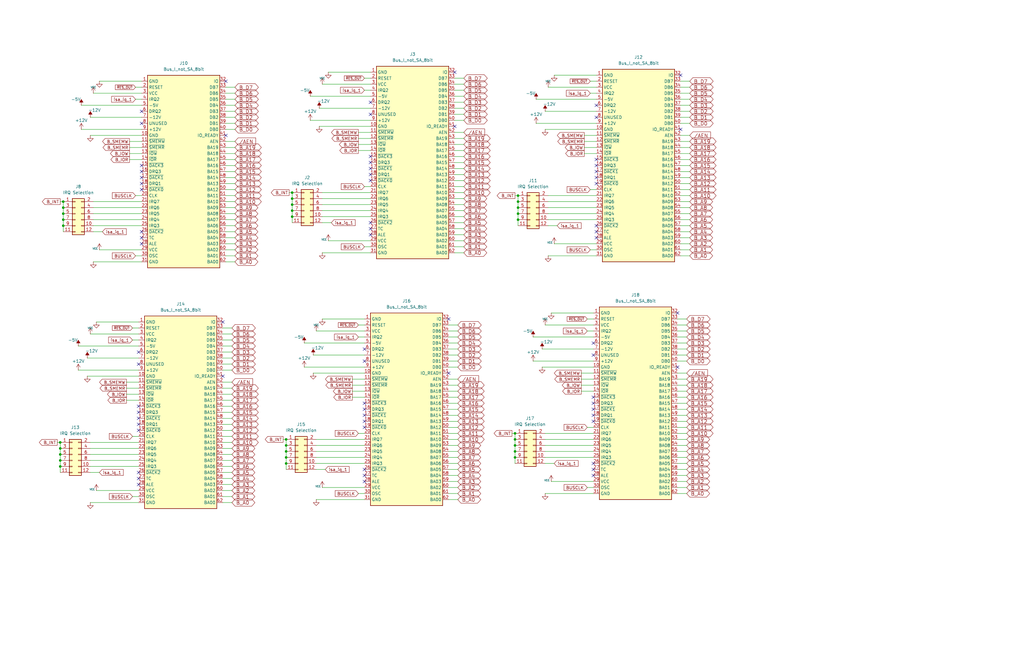
<source format=kicad_sch>
(kicad_sch (version 20231120) (generator "eeschema") (generator_version "8.0")
  (paper "B")
  (title_block (title "CortexPC") (date "2025-05-25") (rev "V0.5"))
  (lib_symbols
    (symbol "Connector_Generic:Conn_02x06_Odd_Even" (pin_names (offset 1.016) hide)
      (property "Reference" "J" (at 1.27 7.62 0))
      (property "Value" "Conn_02x06_Odd_Even" (at 1.27 -10.16 0))
      (symbol "Conn_02x06_Odd_Even_1_1"
        (pin passive line (at -5.08 5.08 0) (length 3.81) (name "Pin_1") (number "1"))
        (pin passive line (at 7.62 -5.08 180) (length 3.81) (name "Pin_10") (number "10"))
        (pin passive line (at -5.08 -7.62 0) (length 3.81) (name "Pin_11") (number "11"))
        (pin passive line (at 7.62 -7.62 180) (length 3.81) (name "Pin_12") (number "12"))
        (pin passive line (at 7.62 5.08 180) (length 3.81) (name "Pin_2") (number "2"))
        (pin passive line (at -5.08 2.54 0) (length 3.81) (name "Pin_3") (number "3"))
        (pin passive line (at 7.62 2.54 180) (length 3.81) (name "Pin_4") (number "4"))
        (pin passive line (at -5.08 0 0) (length 3.81) (name "Pin_5") (number "5"))
        (pin passive line (at 7.62 0 180) (length 3.81) (name "Pin_6") (number "6"))
        (pin passive line (at -5.08 -2.54 0) (length 3.81) (name "Pin_7") (number "7"))
        (pin passive line (at 7.62 -2.54 180) (length 3.81) (name "Pin_8") (number "8"))
        (pin passive line (at -5.08 -5.08 0) (length 3.81) (name "Pin_9") (number "9"))
      )
    )
    (symbol "Custom:Bus_ISA_8bit_CUSTOM"
      (property "Reference" "J" (at 0 42.545 0))
      (property "Value" "Bus_ISA_8bit_CUSTOM" (at 0 -42.545 0))
      (symbol "Bus_ISA_8bit_CUSTOM_1_1"
        (pin power_in line (at -17.78 38.1 0) (length 2.54) (name "GND") (number "1"))
        (pin power_in line (at -17.78 15.24 0) (length 2.54) (name "GND") (number "10"))
        (pin bidirectional line (at -17.78 12.7 0) (length 2.54) (name "~{SMEMW}") (number "11"))
        (pin bidirectional line (at -17.78 10.16 0) (length 2.54) (name "~{SMEMR}") (number "12"))
        (pin bidirectional line (at -17.78 7.62 0) (length 2.54) (name "~{IOW}") (number "13"))
        (pin bidirectional line (at -17.78 5.08 0) (length 2.54) (name "~{IOR}") (number "14"))
        (pin passive line (at -17.78 2.54 0) (length 2.54) (name "~{DACK3}") (number "15"))
        (pin passive line (at -17.78 0 0) (length 2.54) (name "DRQ3") (number "16"))
        (pin passive line (at -17.78 -2.54 0) (length 2.54) (name "~{DACK1}") (number "17"))
        (pin passive line (at -17.78 -5.08 0) (length 2.54) (name "DRQ1") (number "18"))
        (pin passive line (at -17.78 -7.62 0) (length 2.54) (name "~{DACK0}") (number "19"))
        (pin passive line (at -17.78 35.56 0) (length 2.54) (name "RESET") (number "2"))
        (pin bidirectional line (at -17.78 -10.16 0) (length 2.54) (name "CLK") (number "20"))
        (pin passive line (at -17.78 -12.7 0) (length 2.54) (name "IRQ7") (number "21"))
        (pin passive line (at -17.78 -15.24 0) (length 2.54) (name "IRQ6") (number "22"))
        (pin passive line (at -17.78 -17.78 0) (length 2.54) (name "IRQ5") (number "23"))
        (pin passive line (at -17.78 -20.32 0) (length 2.54) (name "IRQ4") (number "24"))
        (pin passive line (at -17.78 -22.86 0) (length 2.54) (name "IRQ3") (number "25"))
        (pin passive line (at -17.78 -25.4 0) (length 2.54) (name "~{DACK2}") (number "26"))
        (pin passive line (at -17.78 -27.94 0) (length 2.54) (name "TC") (number "27"))
        (pin bidirectional line (at -17.78 -30.48 0) (length 2.54) (name "ALE") (number "28"))
        (pin power_in line (at -17.78 -33.02 0) (length 2.54) (name "VCC") (number "29"))
        (pin power_in line (at -17.78 33.02 0) (length 2.54) (name "VCC") (number "3"))
        (pin passive line (at -17.78 -35.56 0) (length 2.54) (name "OSC") (number "30"))
        (pin power_in line (at -17.78 -38.1 0) (length 2.54) (name "GND") (number "31"))
        (pin passive line (at 17.78 38.1 180) (length 2.54) (name "IO") (number "32"))
        (pin tri_state line (at 17.78 35.56 180) (length 2.54) (name "DB7") (number "33"))
        (pin tri_state line (at 17.78 33.02 180) (length 2.54) (name "DB6") (number "34"))
        (pin tri_state line (at 17.78 30.48 180) (length 2.54) (name "DB5") (number "35"))
        (pin tri_state line (at 17.78 27.94 180) (length 2.54) (name "DB4") (number "36"))
        (pin tri_state line (at 17.78 25.4 180) (length 2.54) (name "DB3") (number "37"))
        (pin tri_state line (at 17.78 22.86 180) (length 2.54) (name "DB2") (number "38"))
        (pin tri_state line (at 17.78 20.32 180) (length 2.54) (name "DB1") (number "39"))
        (pin passive line (at -17.78 30.48 0) (length 2.54) (name "IRQ2") (number "4"))
        (pin tri_state line (at 17.78 17.78 180) (length 2.54) (name "DB0") (number "40"))
        (pin passive line (at 17.78 15.24 180) (length 2.54) (name "IO_READY") (number "41"))
        (pin output line (at 17.78 12.7 180) (length 2.54) (name "AEN") (number "42"))
        (pin tri_state line (at 17.78 10.16 180) (length 2.54) (name "BA19") (number "43"))
        (pin tri_state line (at 17.78 7.62 180) (length 2.54) (name "BA18") (number "44"))
        (pin tri_state line (at 17.78 5.08 180) (length 2.54) (name "BA17") (number "45"))
        (pin tri_state line (at 17.78 2.54 180) (length 2.54) (name "BA16") (number "46"))
        (pin tri_state line (at 17.78 0 180) (length 2.54) (name "BA15") (number "47"))
        (pin tri_state line (at 17.78 -2.54 180) (length 2.54) (name "BA14") (number "48"))
        (pin tri_state line (at 17.78 -5.08 180) (length 2.54) (name "BA13") (number "49"))
        (pin power_in line (at -17.78 27.94 0) (length 2.54) (name "-5V") (number "5"))
        (pin tri_state line (at 17.78 -7.62 180) (length 2.54) (name "BA12") (number "50"))
        (pin tri_state line (at 17.78 -10.16 180) (length 2.54) (name "BA11") (number "51"))
        (pin tri_state line (at 17.78 -12.7 180) (length 2.54) (name "BA10") (number "52"))
        (pin tri_state line (at 17.78 -15.24 180) (length 2.54) (name "BA09") (number "53"))
        (pin tri_state line (at 17.78 -17.78 180) (length 2.54) (name "BA08") (number "54"))
        (pin tri_state line (at 17.78 -20.32 180) (length 2.54) (name "BA07") (number "55"))
        (pin tri_state line (at 17.78 -22.86 180) (length 2.54) (name "BA06") (number "56"))
        (pin tri_state line (at 17.78 -25.4 180) (length 2.54) (name "BA05") (number "57"))
        (pin tri_state line (at 17.78 -27.94 180) (length 2.54) (name "BA04") (number "58"))
        (pin tri_state line (at 17.78 -30.48 180) (length 2.54) (name "BA03") (number "59"))
        (pin passive line (at -17.78 25.4 0) (length 2.54) (name "DRQ2") (number "6"))
        (pin tri_state line (at 17.78 -33.02 180) (length 2.54) (name "BA02") (number "60"))
        (pin tri_state line (at 17.78 -35.56 180) (length 2.54) (name "BA01") (number "61"))
        (pin tri_state line (at 17.78 -38.1 180) (length 2.54) (name "BA00") (number "62"))
        (pin power_in line (at -17.78 22.86 0) (length 2.54) (name "-12V") (number "7"))
        (pin passive line (at -17.78 20.32 0) (length 2.54) (name "UNUSED") (number "8"))
        (pin power_in line (at -17.78 17.78 0) (length 2.54) (name "+12V") (number "9"))
      )
    )
    (symbol "power:+12V" (power) (pin_numbers hide) (pin_names (offset 0) hide)
      (property "Value" "+12V" (at 0 3.556 0))
      (symbol "+12V_1_1"
        (pin power_in line (at 0 0 90) (length 0) (name "~") (number "1"))
      )
    )
    (symbol "power:-12V" (power) (pin_numbers hide) (pin_names (offset 0) hide)
      (property "Value" "-12V" (at 0 3.556 0))
      (symbol "-12V_0_0"
        (pin power_in line (at 0 0 90) (length 0) (name "~") (number "1"))
      )
    )
    (symbol "power:-5V" (power) (pin_numbers hide) (pin_names (offset 0) hide)
      (property "Value" "-5V" (at 0 3.556 0))
      (symbol "-5V_0_0"
        (pin power_in line (at 0 0 90) (length 0) (name "~") (number "1"))
      )
    )
    (symbol "power:GND" (power) (pin_numbers hide) (pin_names (offset 0) hide)
      (property "Value" "GND" (at 0 -3.81 0))
      (symbol "GND_1_1"
        (pin power_in line (at 0 0 270) (length 0) (name "~") (number "1"))
      )
    )
    (symbol "power:VCC" (power) (pin_numbers hide) (pin_names (offset 0) hide)
      (property "Value" "VCC" (at 0 3.556 0))
      (symbol "VCC_1_1"
        (pin power_in line (at 0 0 90) (length 0) (name "~") (number "1"))
      )
    )
  )
  (junction (at 217.17 187.96))
  (junction (at 218.44 87.63))
  (junction (at 26.67 95.25))
  (junction (at 25.4 186.69))
  (junction (at 123.19 88.9))
  (junction (at 120.65 193.04))
  (junction (at 218.44 92.71))
  (junction (at 217.17 182.88))
  (junction (at 120.65 195.58))
  (junction (at 123.19 81.28))
  (junction (at 25.4 196.85))
  (junction (at 218.44 82.55))
  (junction (at 120.65 187.96))
  (junction (at 218.44 85.09))
  (junction (at 217.17 193.04))
  (junction (at 25.4 191.77))
  (junction (at 25.4 189.23))
  (junction (at 217.17 185.42))
  (junction (at 26.67 87.63))
  (junction (at 26.67 90.17))
  (junction (at 218.44 90.17))
  (junction (at 26.67 92.71))
  (junction (at 120.65 185.42))
  (junction (at 26.67 85.09))
  (junction (at 123.19 83.82))
  (junction (at 25.4 194.31))
  (junction (at 123.19 86.36))
  (junction (at 123.19 91.44))
  (junction (at 217.17 190.5))
  (junction (at 120.65 190.5))
  (no_connect (at 59.69 46.99))
  (no_connect (at 153.67 152.4))
  (no_connect (at 58.42 181.61))
  (no_connect (at 153.67 200.66))
  (no_connect (at 285.75 132.08))
  (no_connect (at 58.42 148.59))
  (no_connect (at 153.67 175.26))
  (no_connect (at 250.19 175.26))
  (no_connect (at 250.19 172.72))
  (no_connect (at 251.46 44.45))
  (no_connect (at 156.21 71.12))
  (no_connect (at 59.69 74.93))
  (no_connect (at 251.46 49.53))
  (no_connect (at 156.21 43.18))
  (no_connect (at 250.19 149.86))
  (no_connect (at 153.67 170.18))
  (no_connect (at 250.19 198.12))
  (no_connect (at 153.67 180.34))
  (no_connect (at 59.69 102.87))
  (no_connect (at 58.42 199.39))
  (no_connect (at 59.69 100.33))
  (no_connect (at 156.21 96.52))
  (no_connect (at 250.19 177.8))
  (no_connect (at 95.25 57.15))
  (no_connect (at 251.46 74.93))
  (no_connect (at 251.46 95.25))
  (no_connect (at 189.23 157.48))
  (no_connect (at 285.75 154.94))
  (no_connect (at 251.46 69.85))
  (no_connect (at 250.19 170.18))
  (no_connect (at 250.19 144.78))
  (no_connect (at 58.42 179.07))
  (no_connect (at 59.69 97.79))
  (no_connect (at 59.69 69.85))
  (no_connect (at 189.23 134.62))
  (no_connect (at 59.69 72.39))
  (no_connect (at 58.42 171.45))
  (no_connect (at 58.42 176.53))
  (no_connect (at 250.19 167.64))
  (no_connect (at 251.46 100.33))
  (no_connect (at 251.46 72.39))
  (no_connect (at 58.42 204.47))
  (no_connect (at 156.21 66.04))
  (no_connect (at 59.69 80.01))
  (no_connect (at 153.67 147.32))
  (no_connect (at 153.67 172.72))
  (no_connect (at 251.46 67.31))
  (no_connect (at 58.42 153.67))
  (no_connect (at 58.42 201.93))
  (no_connect (at 93.98 135.89))
  (no_connect (at 287.02 31.75))
  (no_connect (at 156.21 68.58))
  (no_connect (at 153.67 198.12))
  (no_connect (at 59.69 52.07))
  (no_connect (at 156.21 48.26))
  (no_connect (at 287.02 54.61))
  (no_connect (at 58.42 173.99))
  (no_connect (at 153.67 177.8))
  (no_connect (at 191.77 30.48))
  (no_connect (at 156.21 99.06))
  (no_connect (at 95.25 34.29))
  (no_connect (at 250.19 200.66))
  (no_connect (at 156.21 73.66))
  (no_connect (at 251.46 97.79))
  (no_connect (at 156.21 93.98))
  (no_connect (at 156.21 76.2))
  (no_connect (at 153.67 203.2))
  (no_connect (at 93.98 158.75))
  (no_connect (at 251.46 77.47))
  (no_connect (at 250.19 195.58))
  (no_connect (at 191.77 53.34))
  (no_connect (at 59.69 77.47))
  (wire (pts (xy 233.68 102.87) (xy 251.46 102.87)))
  (wire (pts (xy 120.65 195.58) (xy 120.65 198.12)))
  (wire (pts (xy 134.62 45.72) (xy 156.21 45.72)))
  (wire (pts (xy 148.59 160.02) (xy 153.67 160.02)))
  (wire (pts (xy 189.23 195.58) (xy 193.04 195.58)))
  (wire (pts (xy 217.17 185.42) (xy 217.17 187.96)))
  (wire (pts (xy 25.4 85.09) (xy 26.67 85.09)))
  (wire (pts (xy 151.13 58.42) (xy 156.21 58.42)))
  (wire (pts (xy 53.34 166.37) (xy 58.42 166.37)))
  (wire (pts (xy 191.77 50.8) (xy 195.58 50.8)))
  (wire (pts (xy 38.1 189.23) (xy 58.42 189.23)))
  (wire (pts (xy 39.37 85.09) (xy 59.69 85.09)))
  (wire (pts (xy 232.41 132.08) (xy 250.19 132.08)))
  (wire (pts (xy 95.25 92.71) (xy 99.06 92.71)))
  (wire (pts (xy 153.67 33.02) (xy 156.21 33.02)))
  (wire (pts (xy 191.77 33.02) (xy 195.58 33.02)))
  (wire (pts (xy 36.83 158.75) (xy 58.42 158.75)))
  (wire (pts (xy 133.35 210.82) (xy 153.67 210.82)))
  (wire (pts (xy 135.89 205.74) (xy 153.67 205.74)))
  (wire (pts (xy 191.77 38.1) (xy 195.58 38.1)))
  (wire (pts (xy 57.15 82.55) (xy 59.69 82.55)))
  (wire (pts (xy 25.4 186.69) (xy 25.4 189.23)))
  (wire (pts (xy 191.77 40.64) (xy 195.58 40.64)))
  (wire (pts (xy 93.98 189.23) (xy 97.79 189.23)))
  (wire (pts (xy 39.37 92.71) (xy 59.69 92.71)))
  (wire (pts (xy 93.98 156.21) (xy 97.79 156.21)))
  (wire (pts (xy 95.25 97.79) (xy 99.06 97.79)))
  (wire (pts (xy 229.87 187.96) (xy 250.19 187.96)))
  (wire (pts (xy 285.75 157.48) (xy 289.56 157.48)))
  (wire (pts (xy 191.77 68.58) (xy 195.58 68.58)))
  (wire (pts (xy 55.88 184.15) (xy 58.42 184.15)))
  (wire (pts (xy 191.77 104.14) (xy 195.58 104.14)))
  (wire (pts (xy 285.75 144.78) (xy 289.56 144.78)))
  (wire (pts (xy 133.35 185.42) (xy 153.67 185.42)))
  (wire (pts (xy 229.87 137.16) (xy 250.19 137.16)))
  (wire (pts (xy 217.17 82.55) (xy 218.44 82.55)))
  (wire (pts (xy 54.61 67.31) (xy 59.69 67.31)))
  (wire (pts (xy 54.61 64.77) (xy 59.69 64.77)))
  (wire (pts (xy 285.75 137.16) (xy 289.56 137.16)))
  (wire (pts (xy 132.08 157.48) (xy 153.67 157.48)))
  (wire (pts (xy 93.98 173.99) (xy 97.79 173.99)))
  (wire (pts (xy 189.23 177.8) (xy 193.04 177.8)))
  (wire (pts (xy 95.25 100.33) (xy 99.06 100.33)))
  (wire (pts (xy 287.02 105.41) (xy 290.83 105.41)))
  (wire (pts (xy 189.23 152.4) (xy 193.04 152.4)))
  (wire (pts (xy 128.27 154.94) (xy 153.67 154.94)))
  (wire (pts (xy 228.6 154.94) (xy 250.19 154.94)))
  (wire (pts (xy 95.25 49.53) (xy 99.06 49.53)))
  (wire (pts (xy 135.89 35.56) (xy 156.21 35.56)))
  (wire (pts (xy 133.35 195.58) (xy 153.67 195.58)))
  (wire (pts (xy 128.27 144.78) (xy 153.67 144.78)))
  (wire (pts (xy 191.77 76.2) (xy 195.58 76.2)))
  (wire (pts (xy 247.65 180.34) (xy 250.19 180.34)))
  (wire (pts (xy 285.75 165.1) (xy 289.56 165.1)))
  (wire (pts (xy 38.1 196.85) (xy 58.42 196.85)))
  (wire (pts (xy 95.25 80.01) (xy 99.06 80.01)))
  (wire (pts (xy 93.98 191.77) (xy 97.79 191.77)))
  (wire (pts (xy 93.98 196.85) (xy 97.79 196.85)))
  (wire (pts (xy 57.15 107.95) (xy 59.69 107.95)))
  (wire (pts (xy 231.14 36.83) (xy 251.46 36.83)))
  (wire (pts (xy 93.98 181.61) (xy 97.79 181.61)))
  (wire (pts (xy 95.25 87.63) (xy 99.06 87.63)))
  (wire (pts (xy 218.44 87.63) (xy 218.44 90.17)))
  (wire (pts (xy 133.35 187.96) (xy 153.67 187.96)))
  (wire (pts (xy 287.02 90.17) (xy 290.83 90.17)))
  (wire (pts (xy 135.89 91.44) (xy 156.21 91.44)))
  (wire (pts (xy 285.75 187.96) (xy 289.56 187.96)))
  (wire (pts (xy 120.65 185.42) (xy 120.65 187.96)))
  (wire (pts (xy 191.77 48.26) (xy 195.58 48.26)))
  (wire (pts (xy 148.59 162.56) (xy 153.67 162.56)))
  (wire (pts (xy 246.38 62.23) (xy 251.46 62.23)))
  (wire (pts (xy 285.75 134.62) (xy 289.56 134.62)))
  (wire (pts (xy 226.06 41.91) (xy 251.46 41.91)))
  (wire (pts (xy 191.77 83.82) (xy 195.58 83.82)))
  (wire (pts (xy 233.68 31.75) (xy 251.46 31.75)))
  (wire (pts (xy 95.25 85.09) (xy 99.06 85.09)))
  (wire (pts (xy 191.77 106.68) (xy 195.58 106.68)))
  (wire (pts (xy 287.02 46.99) (xy 290.83 46.99)))
  (wire (pts (xy 57.15 41.91) (xy 59.69 41.91)))
  (wire (pts (xy 189.23 208.28) (xy 193.04 208.28)))
  (wire (pts (xy 123.19 81.28) (xy 123.19 83.82)))
  (wire (pts (xy 93.98 161.29) (xy 97.79 161.29)))
  (wire (pts (xy 191.77 78.74) (xy 195.58 78.74)))
  (wire (pts (xy 119.38 185.42) (xy 120.65 185.42)))
  (wire (pts (xy 229.87 54.61) (xy 251.46 54.61)))
  (wire (pts (xy 245.11 165.1) (xy 250.19 165.1)))
  (wire (pts (xy 218.44 90.17) (xy 218.44 92.71)))
  (wire (pts (xy 36.83 151.13) (xy 58.42 151.13)))
  (wire (pts (xy 151.13 60.96) (xy 156.21 60.96)))
  (wire (pts (xy 189.23 210.82) (xy 193.04 210.82)))
  (wire (pts (xy 93.98 146.05) (xy 97.79 146.05)))
  (wire (pts (xy 135.89 93.98) (xy 139.7 93.98)))
  (wire (pts (xy 135.89 86.36) (xy 156.21 86.36)))
  (wire (pts (xy 287.02 59.69) (xy 290.83 59.69)))
  (wire (pts (xy 135.89 134.62) (xy 153.67 134.62)))
  (wire (pts (xy 189.23 187.96) (xy 193.04 187.96)))
  (wire (pts (xy 191.77 96.52) (xy 195.58 96.52)))
  (wire (pts (xy 95.25 44.45) (xy 99.06 44.45)))
  (wire (pts (xy 189.23 203.2) (xy 193.04 203.2)))
  (wire (pts (xy 33.02 146.05) (xy 58.42 146.05)))
  (wire (pts (xy 231.14 92.71) (xy 251.46 92.71)))
  (wire (pts (xy 33.02 156.21) (xy 58.42 156.21)))
  (wire (pts (xy 120.65 190.5) (xy 120.65 193.04)))
  (wire (pts (xy 218.44 85.09) (xy 218.44 87.63)))
  (wire (pts (xy 24.13 186.69) (xy 25.4 186.69)))
  (wire (pts (xy 95.25 102.87) (xy 99.06 102.87)))
  (wire (pts (xy 189.23 200.66) (xy 193.04 200.66)))
  (wire (pts (xy 93.98 176.53) (xy 97.79 176.53)))
  (wire (pts (xy 133.35 193.04) (xy 153.67 193.04)))
  (wire (pts (xy 247.65 205.74) (xy 250.19 205.74)))
  (wire (pts (xy 191.77 60.96) (xy 195.58 60.96)))
  (wire (pts (xy 189.23 142.24) (xy 193.04 142.24)))
  (wire (pts (xy 55.88 138.43) (xy 58.42 138.43)))
  (wire (pts (xy 95.25 95.25) (xy 99.06 95.25)))
  (wire (pts (xy 39.37 87.63) (xy 59.69 87.63)))
  (wire (pts (xy 245.11 157.48) (xy 250.19 157.48)))
  (wire (pts (xy 215.9 182.88) (xy 217.17 182.88)))
  (wire (pts (xy 95.25 82.55) (xy 99.06 82.55)))
  (wire (pts (xy 285.75 160.02) (xy 289.56 160.02)))
  (wire (pts (xy 287.02 92.71) (xy 290.83 92.71)))
  (wire (pts (xy 93.98 194.31) (xy 97.79 194.31)))
  (wire (pts (xy 191.77 55.88) (xy 195.58 55.88)))
  (wire (pts (xy 287.02 100.33) (xy 290.83 100.33)))
  (wire (pts (xy 151.13 182.88) (xy 153.67 182.88)))
  (wire (pts (xy 95.25 107.95) (xy 99.06 107.95)))
  (wire (pts (xy 39.37 39.37) (xy 59.69 39.37)))
  (wire (pts (xy 93.98 171.45) (xy 97.79 171.45)))
  (wire (pts (xy 95.25 54.61) (xy 99.06 54.61)))
  (wire (pts (xy 285.75 170.18) (xy 289.56 170.18)))
  (wire (pts (xy 93.98 204.47) (xy 97.79 204.47)))
  (wire (pts (xy 38.1 186.69) (xy 58.42 186.69)))
  (wire (pts (xy 247.65 134.62) (xy 250.19 134.62)))
  (wire (pts (xy 285.75 195.58) (xy 289.56 195.58)))
  (wire (pts (xy 246.38 59.69) (xy 251.46 59.69)))
  (wire (pts (xy 189.23 137.16) (xy 193.04 137.16)))
  (wire (pts (xy 93.98 199.39) (xy 97.79 199.39)))
  (wire (pts (xy 231.14 87.63) (xy 251.46 87.63)))
  (wire (pts (xy 40.64 135.89) (xy 58.42 135.89)))
  (wire (pts (xy 287.02 44.45) (xy 290.83 44.45)))
  (wire (pts (xy 231.14 95.25) (xy 234.95 95.25)))
  (wire (pts (xy 135.89 88.9) (xy 156.21 88.9)))
  (wire (pts (xy 39.37 110.49) (xy 59.69 110.49)))
  (wire (pts (xy 95.25 36.83) (xy 99.06 36.83)))
  (wire (pts (xy 285.75 167.64) (xy 289.56 167.64)))
  (wire (pts (xy 245.11 160.02) (xy 250.19 160.02)))
  (wire (pts (xy 123.19 83.82) (xy 123.19 86.36)))
  (wire (pts (xy 224.79 152.4) (xy 250.19 152.4)))
  (wire (pts (xy 93.98 166.37) (xy 97.79 166.37)))
  (wire (pts (xy 95.25 72.39) (xy 99.06 72.39)))
  (wire (pts (xy 285.75 208.28) (xy 289.56 208.28)))
  (wire (pts (xy 287.02 77.47) (xy 290.83 77.47)))
  (wire (pts (xy 287.02 64.77) (xy 290.83 64.77)))
  (wire (pts (xy 189.23 144.78) (xy 193.04 144.78)))
  (wire (pts (xy 95.25 59.69) (xy 99.06 59.69)))
  (wire (pts (xy 38.1 194.31) (xy 58.42 194.31)))
  (wire (pts (xy 38.1 199.39) (xy 41.91 199.39)))
  (wire (pts (xy 285.75 205.74) (xy 289.56 205.74)))
  (wire (pts (xy 26.67 90.17) (xy 26.67 92.71)))
  (wire (pts (xy 287.02 95.25) (xy 290.83 95.25)))
  (wire (pts (xy 285.75 180.34) (xy 289.56 180.34)))
  (wire (pts (xy 191.77 99.06) (xy 195.58 99.06)))
  (wire (pts (xy 189.23 147.32) (xy 193.04 147.32)))
  (wire (pts (xy 53.34 168.91) (xy 58.42 168.91)))
  (wire (pts (xy 135.89 83.82) (xy 156.21 83.82)))
  (wire (pts (xy 93.98 168.91) (xy 97.79 168.91)))
  (wire (pts (xy 191.77 63.5) (xy 195.58 63.5)))
  (wire (pts (xy 133.35 198.12) (xy 137.16 198.12)))
  (wire (pts (xy 229.87 195.58) (xy 233.68 195.58)))
  (wire (pts (xy 93.98 151.13) (xy 97.79 151.13)))
  (wire (pts (xy 191.77 66.04) (xy 195.58 66.04)))
  (wire (pts (xy 287.02 39.37) (xy 290.83 39.37)))
  (wire (pts (xy 285.75 177.8) (xy 289.56 177.8)))
  (wire (pts (xy 123.19 86.36) (xy 123.19 88.9)))
  (wire (pts (xy 189.23 139.7) (xy 193.04 139.7)))
  (wire (pts (xy 134.62 53.34) (xy 156.21 53.34)))
  (wire (pts (xy 189.23 180.34) (xy 193.04 180.34)))
  (wire (pts (xy 55.88 209.55) (xy 58.42 209.55)))
  (wire (pts (xy 38.1 212.09) (xy 58.42 212.09)))
  (wire (pts (xy 191.77 43.18) (xy 195.58 43.18)))
  (wire (pts (xy 41.91 34.29) (xy 59.69 34.29)))
  (wire (pts (xy 285.75 172.72) (xy 289.56 172.72)))
  (wire (pts (xy 148.59 167.64) (xy 153.67 167.64)))
  (wire (pts (xy 285.75 203.2) (xy 289.56 203.2)))
  (wire (pts (xy 191.77 71.12) (xy 195.58 71.12)))
  (wire (pts (xy 248.92 105.41) (xy 251.46 105.41)))
  (wire (pts (xy 248.92 80.01) (xy 251.46 80.01)))
  (wire (pts (xy 130.81 40.64) (xy 156.21 40.64)))
  (wire (pts (xy 189.23 162.56) (xy 193.04 162.56)))
  (wire (pts (xy 133.35 139.7) (xy 153.67 139.7)))
  (wire (pts (xy 285.75 152.4) (xy 289.56 152.4)))
  (wire (pts (xy 93.98 163.83) (xy 97.79 163.83)))
  (wire (pts (xy 229.87 208.28) (xy 250.19 208.28)))
  (wire (pts (xy 123.19 91.44) (xy 123.19 93.98)))
  (wire (pts (xy 135.89 81.28) (xy 156.21 81.28)))
  (wire (pts (xy 287.02 69.85) (xy 290.83 69.85)))
  (wire (pts (xy 287.02 107.95) (xy 290.83 107.95)))
  (wire (pts (xy 93.98 138.43) (xy 97.79 138.43)))
  (wire (pts (xy 95.25 41.91) (xy 99.06 41.91)))
  (wire (pts (xy 287.02 52.07) (xy 290.83 52.07)))
  (wire (pts (xy 132.08 149.86) (xy 153.67 149.86)))
  (wire (pts (xy 26.67 85.09) (xy 26.67 87.63)))
  (wire (pts (xy 41.91 105.41) (xy 59.69 105.41)))
  (wire (pts (xy 93.98 179.07) (xy 97.79 179.07)))
  (wire (pts (xy 55.88 143.51) (xy 58.42 143.51)))
  (wire (pts (xy 25.4 196.85) (xy 25.4 199.39)))
  (wire (pts (xy 287.02 80.01) (xy 290.83 80.01)))
  (wire (pts (xy 285.75 139.7) (xy 289.56 139.7)))
  (wire (pts (xy 231.14 82.55) (xy 251.46 82.55)))
  (wire (pts (xy 247.65 139.7) (xy 250.19 139.7)))
  (wire (pts (xy 93.98 209.55) (xy 97.79 209.55)))
  (wire (pts (xy 246.38 64.77) (xy 251.46 64.77)))
  (wire (pts (xy 248.92 34.29) (xy 251.46 34.29)))
  (wire (pts (xy 224.79 142.24) (xy 250.19 142.24)))
  (wire (pts (xy 53.34 163.83) (xy 58.42 163.83)))
  (wire (pts (xy 228.6 147.32) (xy 250.19 147.32)))
  (wire (pts (xy 148.59 165.1) (xy 153.67 165.1)))
  (wire (pts (xy 287.02 97.79) (xy 290.83 97.79)))
  (wire (pts (xy 287.02 67.31) (xy 290.83 67.31)))
  (wire (pts (xy 287.02 36.83) (xy 290.83 36.83)))
  (wire (pts (xy 120.65 187.96) (xy 120.65 190.5)))
  (wire (pts (xy 34.29 54.61) (xy 59.69 54.61)))
  (wire (pts (xy 287.02 72.39) (xy 290.83 72.39)))
  (wire (pts (xy 53.34 161.29) (xy 58.42 161.29)))
  (wire (pts (xy 231.14 90.17) (xy 251.46 90.17)))
  (wire (pts (xy 285.75 182.88) (xy 289.56 182.88)))
  (wire (pts (xy 38.1 140.97) (xy 58.42 140.97)))
  (wire (pts (xy 287.02 102.87) (xy 290.83 102.87)))
  (wire (pts (xy 93.98 143.51) (xy 97.79 143.51)))
  (wire (pts (xy 38.1 57.15) (xy 59.69 57.15)))
  (wire (pts (xy 285.75 147.32) (xy 289.56 147.32)))
  (wire (pts (xy 287.02 57.15) (xy 290.83 57.15)))
  (wire (pts (xy 151.13 63.5) (xy 156.21 63.5)))
  (wire (pts (xy 151.13 142.24) (xy 153.67 142.24)))
  (wire (pts (xy 191.77 45.72) (xy 195.58 45.72)))
  (wire (pts (xy 26.67 92.71) (xy 26.67 95.25)))
  (wire (pts (xy 189.23 185.42) (xy 193.04 185.42)))
  (wire (pts (xy 93.98 184.15) (xy 97.79 184.15)))
  (wire (pts (xy 191.77 93.98) (xy 195.58 93.98)))
  (wire (pts (xy 95.25 62.23) (xy 99.06 62.23)))
  (wire (pts (xy 287.02 85.09) (xy 290.83 85.09)))
  (wire (pts (xy 93.98 212.09) (xy 97.79 212.09)))
  (wire (pts (xy 191.77 101.6) (xy 195.58 101.6)))
  (wire (pts (xy 285.75 162.56) (xy 289.56 162.56)))
  (wire (pts (xy 95.25 74.93) (xy 99.06 74.93)))
  (wire (pts (xy 218.44 92.71) (xy 218.44 95.25)))
  (wire (pts (xy 153.67 38.1) (xy 156.21 38.1)))
  (wire (pts (xy 285.75 193.04) (xy 289.56 193.04)))
  (wire (pts (xy 189.23 193.04) (xy 193.04 193.04)))
  (wire (pts (xy 95.25 69.85) (xy 99.06 69.85)))
  (wire (pts (xy 287.02 87.63) (xy 290.83 87.63)))
  (wire (pts (xy 226.06 52.07) (xy 251.46 52.07)))
  (wire (pts (xy 138.43 101.6) (xy 156.21 101.6)))
  (wire (pts (xy 40.64 207.01) (xy 58.42 207.01)))
  (wire (pts (xy 95.25 90.17) (xy 99.06 90.17)))
  (wire (pts (xy 217.17 187.96) (xy 217.17 190.5)))
  (wire (pts (xy 39.37 95.25) (xy 59.69 95.25)))
  (wire (pts (xy 218.44 82.55) (xy 218.44 85.09)))
  (wire (pts (xy 39.37 90.17) (xy 59.69 90.17)))
  (wire (pts (xy 57.15 36.83) (xy 59.69 36.83)))
  (wire (pts (xy 93.98 140.97) (xy 97.79 140.97)))
  (wire (pts (xy 26.67 95.25) (xy 26.67 97.79)))
  (wire (pts (xy 95.25 52.07) (xy 99.06 52.07)))
  (wire (pts (xy 232.41 203.2) (xy 250.19 203.2)))
  (wire (pts (xy 189.23 172.72) (xy 193.04 172.72)))
  (wire (pts (xy 151.13 55.88) (xy 156.21 55.88)))
  (wire (pts (xy 245.11 162.56) (xy 250.19 162.56)))
  (wire (pts (xy 95.25 39.37) (xy 99.06 39.37)))
  (wire (pts (xy 121.92 81.28) (xy 123.19 81.28)))
  (wire (pts (xy 95.25 105.41) (xy 99.06 105.41)))
  (wire (pts (xy 229.87 182.88) (xy 250.19 182.88)))
  (wire (pts (xy 95.25 64.77) (xy 99.06 64.77)))
  (wire (pts (xy 217.17 182.88) (xy 217.17 185.42)))
  (wire (pts (xy 25.4 191.77) (xy 25.4 194.31)))
  (wire (pts (xy 93.98 207.01) (xy 97.79 207.01)))
  (wire (pts (xy 287.02 62.23) (xy 290.83 62.23)))
  (wire (pts (xy 285.75 142.24) (xy 289.56 142.24)))
  (wire (pts (xy 285.75 190.5) (xy 289.56 190.5)))
  (wire (pts (xy 189.23 160.02) (xy 193.04 160.02)))
  (wire (pts (xy 285.75 175.26) (xy 289.56 175.26)))
  (wire (pts (xy 191.77 73.66) (xy 195.58 73.66)))
  (wire (pts (xy 95.25 67.31) (xy 99.06 67.31)))
  (wire (pts (xy 231.14 107.95) (xy 251.46 107.95)))
  (wire (pts (xy 287.02 49.53) (xy 290.83 49.53)))
  (wire (pts (xy 189.23 154.94) (xy 193.04 154.94)))
  (wire (pts (xy 153.67 78.74) (xy 156.21 78.74)))
  (wire (pts (xy 217.17 190.5) (xy 217.17 193.04)))
  (wire (pts (xy 138.43 30.48) (xy 156.21 30.48)))
  (wire (pts (xy 189.23 190.5) (xy 193.04 190.5)))
  (wire (pts (xy 191.77 88.9) (xy 195.58 88.9)))
  (wire (pts (xy 285.75 200.66) (xy 289.56 200.66)))
  (wire (pts (xy 38.1 191.77) (xy 58.42 191.77)))
  (wire (pts (xy 153.67 104.14) (xy 156.21 104.14)))
  (wire (pts (xy 189.23 205.74) (xy 193.04 205.74)))
  (wire (pts (xy 229.87 193.04) (xy 250.19 193.04)))
  (wire (pts (xy 246.38 57.15) (xy 251.46 57.15)))
  (wire (pts (xy 39.37 97.79) (xy 43.18 97.79)))
  (wire (pts (xy 189.23 167.64) (xy 193.04 167.64)))
  (wire (pts (xy 189.23 198.12) (xy 193.04 198.12)))
  (wire (pts (xy 189.23 149.86) (xy 193.04 149.86)))
  (wire (pts (xy 38.1 49.53) (xy 59.69 49.53)))
  (wire (pts (xy 287.02 74.93) (xy 290.83 74.93)))
  (wire (pts (xy 287.02 34.29) (xy 290.83 34.29)))
  (wire (pts (xy 285.75 149.86) (xy 289.56 149.86)))
  (wire (pts (xy 229.87 46.99) (xy 251.46 46.99)))
  (wire (pts (xy 130.81 50.8) (xy 156.21 50.8)))
  (wire (pts (xy 248.92 39.37) (xy 251.46 39.37)))
  (wire (pts (xy 229.87 190.5) (xy 250.19 190.5)))
  (wire (pts (xy 287.02 41.91) (xy 290.83 41.91)))
  (wire (pts (xy 191.77 86.36) (xy 195.58 86.36)))
  (wire (pts (xy 120.65 193.04) (xy 120.65 195.58)))
  (wire (pts (xy 151.13 208.28) (xy 153.67 208.28)))
  (wire (pts (xy 217.17 193.04) (xy 217.17 195.58)))
  (wire (pts (xy 285.75 185.42) (xy 289.56 185.42)))
  (wire (pts (xy 95.25 46.99) (xy 99.06 46.99)))
  (wire (pts (xy 189.23 175.26) (xy 193.04 175.26)))
  (wire (pts (xy 229.87 185.42) (xy 250.19 185.42)))
  (wire (pts (xy 25.4 194.31) (xy 25.4 196.85)))
  (wire (pts (xy 191.77 35.56) (xy 195.58 35.56)))
  (wire (pts (xy 54.61 62.23) (xy 59.69 62.23)))
  (wire (pts (xy 191.77 91.44) (xy 195.58 91.44)))
  (wire (pts (xy 133.35 190.5) (xy 153.67 190.5)))
  (wire (pts (xy 26.67 87.63) (xy 26.67 90.17)))
  (wire (pts (xy 189.23 165.1) (xy 193.04 165.1)))
  (wire (pts (xy 93.98 153.67) (xy 97.79 153.67)))
  (wire (pts (xy 93.98 201.93) (xy 97.79 201.93)))
  (wire (pts (xy 191.77 58.42) (xy 195.58 58.42)))
  (wire (pts (xy 54.61 59.69) (xy 59.69 59.69)))
  (wire (pts (xy 231.14 85.09) (xy 251.46 85.09)))
  (wire (pts (xy 25.4 189.23) (xy 25.4 191.77)))
  (wire (pts (xy 123.19 88.9) (xy 123.19 91.44)))
  (wire (pts (xy 287.02 82.55) (xy 290.83 82.55)))
  (wire (pts (xy 191.77 81.28) (xy 195.58 81.28)))
  (wire (pts (xy 93.98 148.59) (xy 97.79 148.59)))
  (wire (pts (xy 189.23 182.88) (xy 193.04 182.88)))
  (wire (pts (xy 135.89 106.68) (xy 156.21 106.68)))
  (wire (pts (xy 95.25 110.49) (xy 99.06 110.49)))
  (wire (pts (xy 189.23 170.18) (xy 193.04 170.18)))
  (wire (pts (xy 151.13 137.16) (xy 153.67 137.16)))
  (wire (pts (xy 95.25 77.47) (xy 99.06 77.47)))
  (wire (pts (xy 34.29 44.45) (xy 59.69 44.45)))
  (wire (pts (xy 285.75 198.12) (xy 289.56 198.12)))
  (wire (pts (xy 93.98 186.69) (xy 97.79 186.69)))
  (global_label "B_D3" (shape bidirectional) (at 195.58 43.18 0) (effects (font (size 1.524 1.524))) (property "Intersheetrefs" "${INTERSHEET_REFS}" (effects (hide yes))))
  (global_label "isa_iq_1" (shape input) (at 139.7 93.98 0) (property "Intersheetrefs" "${INTERSHEET_REFS}" (effects (hide yes))))
  (global_label "B_SMEMR" (shape output) (at 53.34 163.83 180) (property "Intersheetrefs" "${INTERSHEET_REFS}" (effects (hide yes))))
  (global_label "B_A17" (shape tri_state) (at 99.06 67.31 0) (effects (font (size 1.524 1.524))) (property "Intersheetrefs" "${INTERSHEET_REFS}" (effects (hide yes))))
  (global_label "B_A6" (shape bidirectional) (at 195.58 91.44 0) (effects (font (size 1.524 1.524))) (property "Intersheetrefs" "${INTERSHEET_REFS}" (effects (hide yes))))
  (global_label "B_A8" (shape bidirectional) (at 193.04 190.5 0) (effects (font (size 1.524 1.524))) (property "Intersheetrefs" "${INTERSHEET_REFS}" (effects (hide yes))))
  (global_label "B_SMEMW" (shape output) (at 53.34 161.29 180) (property "Intersheetrefs" "${INTERSHEET_REFS}" (effects (hide yes))))
  (global_label "B_D0" (shape bidirectional) (at 195.58 50.8 0) (effects (font (size 1.524 1.524))) (property "Intersheetrefs" "${INTERSHEET_REFS}" (effects (hide yes))))
  (global_label "B_IOR" (shape output) (at 245.11 165.1 180) (property "Intersheetrefs" "${INTERSHEET_REFS}" (effects (hide yes))))
  (global_label "B_A2" (shape bidirectional) (at 290.83 102.87 0) (effects (font (size 1.524 1.524))) (property "Intersheetrefs" "${INTERSHEET_REFS}" (effects (hide yes))))
  (global_label "B_D1" (shape bidirectional) (at 195.58 48.26 0) (effects (font (size 1.524 1.524))) (property "Intersheetrefs" "${INTERSHEET_REFS}" (effects (hide yes))))
  (global_label "B_A19" (shape tri_state) (at 290.83 59.69 0) (effects (font (size 1.524 1.524))) (property "Intersheetrefs" "${INTERSHEET_REFS}" (effects (hide yes))))
  (global_label "B_IOW" (shape output) (at 246.38 62.23 180) (property "Intersheetrefs" "${INTERSHEET_REFS}" (effects (hide yes))))
  (global_label "B_D7" (shape bidirectional) (at 195.58 33.02 0) (effects (font (size 1.524 1.524))) (property "Intersheetrefs" "${INTERSHEET_REFS}" (effects (hide yes))))
  (global_label "B_D1" (shape bidirectional) (at 290.83 49.53 0) (effects (font (size 1.524 1.524))) (property "Intersheetrefs" "${INTERSHEET_REFS}" (effects (hide yes))))
  (global_label "B_A7" (shape bidirectional) (at 97.79 194.31 0) (effects (font (size 1.524 1.524))) (property "Intersheetrefs" "${INTERSHEET_REFS}" (effects (hide yes))))
  (global_label "B_A0" (shape bidirectional) (at 193.04 210.82 0) (effects (font (size 1.524 1.524))) (property "Intersheetrefs" "${INTERSHEET_REFS}" (effects (hide yes))))
  (global_label "B_A4" (shape bidirectional) (at 193.04 200.66 0) (effects (font (size 1.524 1.524))) (property "Intersheetrefs" "${INTERSHEET_REFS}" (effects (hide yes))))
  (global_label "isa_iq_1" (shape input) (at 247.65 139.7 180) (property "Intersheetrefs" "${INTERSHEET_REFS}" (effects (hide yes))))
  (global_label "B_A12" (shape tri_state) (at 97.79 181.61 0) (effects (font (size 1.524 1.524))) (property "Intersheetrefs" "${INTERSHEET_REFS}" (effects (hide yes))))
  (global_label "B_D4" (shape bidirectional) (at 97.79 146.05 0) (effects (font (size 1.524 1.524))) (property "Intersheetrefs" "${INTERSHEET_REFS}" (effects (hide yes))))
  (global_label "B_INT" (shape output) (at 121.92 81.28 180) (property "Intersheetrefs" "${INTERSHEET_REFS}" (effects (hide yes))))
  (global_label "BUSCLK" (shape input) (at 153.67 78.74 180) (property "Intersheetrefs" "${INTERSHEET_REFS}" (effects (hide yes))))
  (global_label "B_A0" (shape bidirectional) (at 97.79 212.09 0) (effects (font (size 1.524 1.524))) (property "Intersheetrefs" "${INTERSHEET_REFS}" (effects (hide yes))))
  (global_label "B_SMEMW" (shape output) (at 148.59 160.02 180) (property "Intersheetrefs" "${INTERSHEET_REFS}" (effects (hide yes))))
  (global_label "B_INT" (shape output) (at 24.13 186.69 180) (property "Intersheetrefs" "${INTERSHEET_REFS}" (effects (hide yes))))
  (global_label "BUSCLK" (shape input) (at 55.88 209.55 180) (property "Intersheetrefs" "${INTERSHEET_REFS}" (effects (hide yes))))
  (global_label "B_D4" (shape bidirectional) (at 99.06 44.45 0) (effects (font (size 1.524 1.524))) (property "Intersheetrefs" "${INTERSHEET_REFS}" (effects (hide yes))))
  (global_label "B_D5" (shape bidirectional) (at 290.83 39.37 0) (effects (font (size 1.524 1.524))) (property "Intersheetrefs" "${INTERSHEET_REFS}" (effects (hide yes))))
  (global_label "B_D7" (shape bidirectional) (at 193.04 137.16 0) (effects (font (size 1.524 1.524))) (property "Intersheetrefs" "${INTERSHEET_REFS}" (effects (hide yes))))
  (global_label "B_A19" (shape tri_state) (at 97.79 163.83 0) (effects (font (size 1.524 1.524))) (property "Intersheetrefs" "${INTERSHEET_REFS}" (effects (hide yes))))
  (global_label "B_D2" (shape bidirectional) (at 99.06 49.53 0) (effects (font (size 1.524 1.524))) (property "Intersheetrefs" "${INTERSHEET_REFS}" (effects (hide yes))))
  (global_label "B_INT" (shape output) (at 217.17 82.55 180) (property "Intersheetrefs" "${INTERSHEET_REFS}" (effects (hide yes))))
  (global_label "B_A6" (shape bidirectional) (at 97.79 196.85 0) (effects (font (size 1.524 1.524))) (property "Intersheetrefs" "${INTERSHEET_REFS}" (effects (hide yes))))
  (global_label "B_A13" (shape tri_state) (at 193.04 177.8 0) (effects (font (size 1.524 1.524))) (property "Intersheetrefs" "${INTERSHEET_REFS}" (effects (hide yes))))
  (global_label "B_SMEMR" (shape output) (at 148.59 162.56 180) (property "Intersheetrefs" "${INTERSHEET_REFS}" (effects (hide yes))))
  (global_label "B_A15" (shape tri_state) (at 99.06 72.39 0) (effects (font (size 1.524 1.524))) (property "Intersheetrefs" "${INTERSHEET_REFS}" (effects (hide yes))))
  (global_label "B_D1" (shape bidirectional) (at 97.79 153.67 0) (effects (font (size 1.524 1.524))) (property "Intersheetrefs" "${INTERSHEET_REFS}" (effects (hide yes))))
  (global_label "B_A10" (shape tri_state) (at 97.79 186.69 0) (effects (font (size 1.524 1.524))) (property "Intersheetrefs" "${INTERSHEET_REFS}" (effects (hide yes))))
  (global_label "B_D6" (shape bidirectional) (at 99.06 39.37 0) (effects (font (size 1.524 1.524))) (property "Intersheetrefs" "${INTERSHEET_REFS}" (effects (hide yes))))
  (global_label "B_SMEMR" (shape output) (at 246.38 59.69 180) (property "Intersheetrefs" "${INTERSHEET_REFS}" (effects (hide yes))))
  (global_label "B_A8" (shape bidirectional) (at 99.06 90.17 0) (effects (font (size 1.524 1.524))) (property "Intersheetrefs" "${INTERSHEET_REFS}" (effects (hide yes))))
  (global_label "B_INT" (shape output) (at 119.38 185.42 180) (property "Intersheetrefs" "${INTERSHEET_REFS}" (effects (hide yes))))
  (global_label "B_A16" (shape bidirectional) (at 290.83 67.31 0) (effects (font (size 1.524 1.524))) (property "Intersheetrefs" "${INTERSHEET_REFS}" (effects (hide yes))))
  (global_label "B_A2" (shape bidirectional) (at 97.79 207.01 0) (effects (font (size 1.524 1.524))) (property "Intersheetrefs" "${INTERSHEET_REFS}" (effects (hide yes))))
  (global_label "B_D2" (shape bidirectional) (at 195.58 45.72 0) (effects (font (size 1.524 1.524))) (property "Intersheetrefs" "${INTERSHEET_REFS}" (effects (hide yes))))
  (global_label "B_A3" (shape bidirectional) (at 195.58 99.06 0) (effects (font (size 1.524 1.524))) (property "Intersheetrefs" "${INTERSHEET_REFS}" (effects (hide yes))))
  (global_label "B_A15" (shape tri_state) (at 193.04 172.72 0) (effects (font (size 1.524 1.524))) (property "Intersheetrefs" "${INTERSHEET_REFS}" (effects (hide yes))))
  (global_label "B_A10" (shape tri_state) (at 99.06 85.09 0) (effects (font (size 1.524 1.524))) (property "Intersheetrefs" "${INTERSHEET_REFS}" (effects (hide yes))))
  (global_label "B_A11" (shape tri_state) (at 289.56 180.34 0) (effects (font (size 1.524 1.524))) (property "Intersheetrefs" "${INTERSHEET_REFS}" (effects (hide yes))))
  (global_label "B_A2" (shape bidirectional) (at 195.58 101.6 0) (effects (font (size 1.524 1.524))) (property "Intersheetrefs" "${INTERSHEET_REFS}" (effects (hide yes))))
  (global_label "B_A3" (shape bidirectional) (at 99.06 102.87 0) (effects (font (size 1.524 1.524))) (property "Intersheetrefs" "${INTERSHEET_REFS}" (effects (hide yes))))
  (global_label "BUSCLK" (shape input) (at 247.65 180.34 180) (property "Intersheetrefs" "${INTERSHEET_REFS}" (effects (hide yes))))
  (global_label "B_A5" (shape bidirectional) (at 99.06 97.79 0) (effects (font (size 1.524 1.524))) (property "Intersheetrefs" "${INTERSHEET_REFS}" (effects (hide yes))))
  (global_label "B_D0" (shape bidirectional) (at 99.06 54.61 0) (effects (font (size 1.524 1.524))) (property "Intersheetrefs" "${INTERSHEET_REFS}" (effects (hide yes))))
  (global_label "~{RES_OUT}" (shape input) (at 151.13 137.16 180) (effects (font (size 1.016 1.016))) (property "Intersheetrefs" "${INTERSHEET_REFS}" (effects (hide yes))))
  (global_label "B_A7" (shape bidirectional) (at 99.06 92.71 0) (effects (font (size 1.524 1.524))) (property "Intersheetrefs" "${INTERSHEET_REFS}" (effects (hide yes))))
  (global_label "B_A10" (shape tri_state) (at 289.56 182.88 0) (effects (font (size 1.524 1.524))) (property "Intersheetrefs" "${INTERSHEET_REFS}" (effects (hide yes))))
  (global_label "B_D0" (shape bidirectional) (at 193.04 154.94 0) (effects (font (size 1.524 1.524))) (property "Intersheetrefs" "${INTERSHEET_REFS}" (effects (hide yes))))
  (global_label "B_D2" (shape bidirectional) (at 193.04 149.86 0) (effects (font (size 1.524 1.524))) (property "Intersheetrefs" "${INTERSHEET_REFS}" (effects (hide yes))))
  (global_label "B_A19" (shape tri_state) (at 195.58 58.42 0) (effects (font (size 1.524 1.524))) (property "Intersheetrefs" "${INTERSHEET_REFS}" (effects (hide yes))))
  (global_label "B_A18" (shape tri_state) (at 289.56 162.56 0) (effects (font (size 1.524 1.524))) (property "Intersheetrefs" "${INTERSHEET_REFS}" (effects (hide yes))))
  (global_label "B_A19" (shape tri_state) (at 99.06 62.23 0) (effects (font (size 1.524 1.524))) (property "Intersheetrefs" "${INTERSHEET_REFS}" (effects (hide yes))))
  (global_label "B_A18" (shape tri_state) (at 290.83 62.23 0) (effects (font (size 1.524 1.524))) (property "Intersheetrefs" "${INTERSHEET_REFS}" (effects (hide yes))))
  (global_label "~{RES_OUT}" (shape input) (at 55.88 138.43 180) (effects (font (size 1.016 1.016))) (property "Intersheetrefs" "${INTERSHEET_REFS}" (effects (hide yes))))
  (global_label "BUSCLK" (shape input) (at 247.65 205.74 180) (property "Intersheetrefs" "${INTERSHEET_REFS}" (effects (hide yes))))
  (global_label "B_A7" (shape bidirectional) (at 289.56 190.5 0) (effects (font (size 1.524 1.524))) (property "Intersheetrefs" "${INTERSHEET_REFS}" (effects (hide yes))))
  (global_label "B_D3" (shape bidirectional) (at 290.83 44.45 0) (effects (font (size 1.524 1.524))) (property "Intersheetrefs" "${INTERSHEET_REFS}" (effects (hide yes))))
  (global_label "B_A19" (shape tri_state) (at 193.04 162.56 0) (effects (font (size 1.524 1.524))) (property "Intersheetrefs" "${INTERSHEET_REFS}" (effects (hide yes))))
  (global_label "BUSCLK" (shape input) (at 248.92 80.01 180) (property "Intersheetrefs" "${INTERSHEET_REFS}" (effects (hide yes))))
  (global_label "B_A8" (shape bidirectional) (at 289.56 187.96 0) (effects (font (size 1.524 1.524))) (property "Intersheetrefs" "${INTERSHEET_REFS}" (effects (hide yes))))
  (global_label "~{RES_OUT}" (shape input) (at 248.92 34.29 180) (effects (font (size 1.016 1.016))) (property "Intersheetrefs" "${INTERSHEET_REFS}" (effects (hide yes))))
  (global_label "B_A9" (shape tri_state) (at 289.56 185.42 0) (effects (font (size 1.524 1.524))) (property "Intersheetrefs" "${INTERSHEET_REFS}" (effects (hide yes))))
  (global_label "B_A18" (shape tri_state) (at 99.06 64.77 0) (effects (font (size 1.524 1.524))) (property "Intersheetrefs" "${INTERSHEET_REFS}" (effects (hide yes))))
  (global_label "B_A7" (shape bidirectional) (at 193.04 193.04 0) (effects (font (size 1.524 1.524))) (property "Intersheetrefs" "${INTERSHEET_REFS}" (effects (hide yes))))
  (global_label "B_D6" (shape bidirectional) (at 97.79 140.97 0) (effects (font (size 1.524 1.524))) (property "Intersheetrefs" "${INTERSHEET_REFS}" (effects (hide yes))))
  (global_label "B_D7" (shape bidirectional) (at 97.79 138.43 0) (effects (font (size 1.524 1.524))) (property "Intersheetrefs" "${INTERSHEET_REFS}" (effects (hide yes))))
  (global_label "B_A13" (shape tri_state) (at 195.58 73.66 0) (effects (font (size 1.524 1.524))) (property "Intersheetrefs" "${INTERSHEET_REFS}" (effects (hide yes))))
  (global_label "B_A18" (shape tri_state) (at 193.04 165.1 0) (effects (font (size 1.524 1.524))) (property "Intersheetrefs" "${INTERSHEET_REFS}" (effects (hide yes))))
  (global_label "B_A1" (shape bidirectional) (at 193.04 208.28 0) (effects (font (size 1.524 1.524))) (property "Intersheetrefs" "${INTERSHEET_REFS}" (effects (hide yes))))
  (global_label "isa_iq_1" (shape input) (at 137.16 198.12 0) (property "Intersheetrefs" "${INTERSHEET_REFS}" (effects (hide yes))))
  (global_label "B_A6" (shape bidirectional) (at 99.06 95.25 0) (effects (font (size 1.524 1.524))) (property "Intersheetrefs" "${INTERSHEET_REFS}" (effects (hide yes))))
  (global_label "B_IOW" (shape output) (at 54.61 64.77 180) (property "Intersheetrefs" "${INTERSHEET_REFS}" (effects (hide yes))))
  (global_label "B_A6" (shape bidirectional) (at 289.56 193.04 0) (effects (font (size 1.524 1.524))) (property "Intersheetrefs" "${INTERSHEET_REFS}" (effects (hide yes))))
  (global_label "B_D3" (shape bidirectional) (at 99.06 46.99 0) (effects (font (size 1.524 1.524))) (property "Intersheetrefs" "${INTERSHEET_REFS}" (effects (hide yes))))
  (global_label "isa_iq_1" (shape input) (at 233.68 195.58 0) (property "Intersheetrefs" "${INTERSHEET_REFS}" (effects (hide yes))))
  (global_label "BUSCLK" (shape input) (at 153.67 104.14 180) (property "Intersheetrefs" "${INTERSHEET_REFS}" (effects (hide yes))))
  (global_label "B_SMEMR" (shape output) (at 245.11 160.02 180) (property "Intersheetrefs" "${INTERSHEET_REFS}" (effects (hide yes))))
  (global_label "B_D6" (shape bidirectional) (at 195.58 35.56 0) (effects (font (size 1.524 1.524))) (property "Intersheetrefs" "${INTERSHEET_REFS}" (effects (hide yes))))
  (global_label "B_A18" (shape tri_state) (at 97.79 166.37 0) (effects (font (size 1.524 1.524))) (property "Intersheetrefs" "${INTERSHEET_REFS}" (effects (hide yes))))
  (global_label "B_SMEMW" (shape output) (at 151.13 55.88 180) (property "Intersheetrefs" "${INTERSHEET_REFS}" (effects (hide yes))))
  (global_label "B_A0" (shape bidirectional) (at 99.06 110.49 0) (effects (font (size 1.524 1.524))) (property "Intersheetrefs" "${INTERSHEET_REFS}" (effects (hide yes))))
  (global_label "~{RES_OUT}" (shape input) (at 57.15 36.83 180) (effects (font (size 1.016 1.016))) (property "Intersheetrefs" "${INTERSHEET_REFS}" (effects (hide yes))))
  (global_label "B_A4" (shape bidirectional) (at 99.06 100.33 0) (effects (font (size 1.524 1.524))) (property "Intersheetrefs" "${INTERSHEET_REFS}" (effects (hide yes))))
  (global_label "B_D2" (shape bidirectional) (at 97.79 151.13 0) (effects (font (size 1.524 1.524))) (property "Intersheetrefs" "${INTERSHEET_REFS}" (effects (hide yes))))
  (global_label "B_A14" (shape tri_state) (at 290.83 72.39 0) (effects (font (size 1.524 1.524))) (property "Intersheetrefs" "${INTERSHEET_REFS}" (effects (hide yes))))
  (global_label "B_D1" (shape bidirectional) (at 193.04 152.4 0) (effects (font (size 1.524 1.524))) (property "Intersheetrefs" "${INTERSHEET_REFS}" (effects (hide yes))))
  (global_label "B_A4" (shape bidirectional) (at 195.58 96.52 0) (effects (font (size 1.524 1.524))) (property "Intersheetrefs" "${INTERSHEET_REFS}" (effects (hide yes))))
  (global_label "B_A13" (shape tri_state) (at 290.83 74.93 0) (effects (font (size 1.524 1.524))) (property "Intersheetrefs" "${INTERSHEET_REFS}" (effects (hide yes))))
  (global_label "B_A8" (shape bidirectional) (at 290.83 87.63 0) (effects (font (size 1.524 1.524))) (property "Intersheetrefs" "${INTERSHEET_REFS}" (effects (hide yes))))
  (global_label "B_A5" (shape bidirectional) (at 290.83 95.25 0) (effects (font (size 1.524 1.524))) (property "Intersheetrefs" "${INTERSHEET_REFS}" (effects (hide yes))))
  (global_label "B_A1" (shape bidirectional) (at 290.83 105.41 0) (effects (font (size 1.524 1.524))) (property "Intersheetrefs" "${INTERSHEET_REFS}" (effects (hide yes))))
  (global_label "B_D0" (shape bidirectional) (at 97.79 156.21 0) (effects (font (size 1.524 1.524))) (property "Intersheetrefs" "${INTERSHEET_REFS}" (effects (hide yes))))
  (global_label "B_A6" (shape bidirectional) (at 193.04 195.58 0) (effects (font (size 1.524 1.524))) (property "Intersheetrefs" "${INTERSHEET_REFS}" (effects (hide yes))))
  (global_label "B_IOR" (shape output) (at 54.61 67.31 180) (property "Intersheetrefs" "${INTERSHEET_REFS}" (effects (hide yes))))
  (global_label "B_IOW" (shape output) (at 245.11 162.56 180) (property "Intersheetrefs" "${INTERSHEET_REFS}" (effects (hide yes))))
  (global_label "B_A16" (shape bidirectional) (at 99.06 69.85 0) (effects (font (size 1.524 1.524))) (property "Intersheetrefs" "${INTERSHEET_REFS}" (effects (hide yes))))
  (global_label "B_A1" (shape bidirectional) (at 97.79 209.55 0) (effects (font (size 1.524 1.524))) (property "Intersheetrefs" "${INTERSHEET_REFS}" (effects (hide yes))))
  (global_label "B_A13" (shape tri_state) (at 289.56 175.26 0) (effects (font (size 1.524 1.524))) (property "Intersheetrefs" "${INTERSHEET_REFS}" (effects (hide yes))))
  (global_label "B_A8" (shape bidirectional) (at 97.79 191.77 0) (effects (font (size 1.524 1.524))) (property "Intersheetrefs" "${INTERSHEET_REFS}" (effects (hide yes))))
  (global_label "isa_iq_1" (shape input) (at 248.92 39.37 180) (property "Intersheetrefs" "${INTERSHEET_REFS}" (effects (hide yes))))
  (global_label "B_D5" (shape bidirectional) (at 195.58 38.1 0) (effects (font (size 1.524 1.524))) (property "Intersheetrefs" "${INTERSHEET_REFS}" (effects (hide yes))))
  (global_label "B_D2" (shape bidirectional) (at 289.56 147.32 0) (effects (font (size 1.524 1.524))) (property "Intersheetrefs" "${INTERSHEET_REFS}" (effects (hide yes))))
  (global_label "B_SMEMW" (shape output) (at 245.11 157.48 180) (property "Intersheetrefs" "${INTERSHEET_REFS}" (effects (hide yes))))
  (global_label "B_D2" (shape bidirectional) (at 290.83 46.99 0) (effects (font (size 1.524 1.524))) (property "Intersheetrefs" "${INTERSHEET_REFS}" (effects (hide yes))))
  (global_label "B_A5" (shape bidirectional) (at 193.04 198.12 0) (effects (font (size 1.524 1.524))) (property "Intersheetrefs" "${INTERSHEET_REFS}" (effects (hide yes))))
  (global_label "B_A4" (shape bidirectional) (at 290.83 97.79 0) (effects (font (size 1.524 1.524))) (property "Intersheetrefs" "${INTERSHEET_REFS}" (effects (hide yes))))
  (global_label "B_D7" (shape bidirectional) (at 290.83 34.29 0) (effects (font (size 1.524 1.524))) (property "Intersheetrefs" "${INTERSHEET_REFS}" (effects (hide yes))))
  (global_label "B_A3" (shape bidirectional) (at 193.04 203.2 0) (effects (font (size 1.524 1.524))) (property "Intersheetrefs" "${INTERSHEET_REFS}" (effects (hide yes))))
  (global_label "B_A4" (shape bidirectional) (at 97.79 201.93 0) (effects (font (size 1.524 1.524))) (property "Intersheetrefs" "${INTERSHEET_REFS}" (effects (hide yes))))
  (global_label "B_D5" (shape bidirectional) (at 289.56 139.7 0) (effects (font (size 1.524 1.524))) (property "Intersheetrefs" "${INTERSHEET_REFS}" (effects (hide yes))))
  (global_label "B_D0" (shape bidirectional) (at 290.83 52.07 0) (effects (font (size 1.524 1.524))) (property "Intersheetrefs" "${INTERSHEET_REFS}" (effects (hide yes))))
  (global_label "B_A15" (shape tri_state) (at 195.58 68.58 0) (effects (font (size 1.524 1.524))) (property "Intersheetrefs" "${INTERSHEET_REFS}" (effects (hide yes))))
  (global_label "B_SMEMW" (shape output) (at 54.61 59.69 180) (property "Intersheetrefs" "${INTERSHEET_REFS}" (effects (hide yes))))
  (global_label "B_D0" (shape bidirectional) (at 289.56 152.4 0) (effects (font (size 1.524 1.524))) (property "Intersheetrefs" "${INTERSHEET_REFS}" (effects (hide yes))))
  (global_label "isa_iq_1" (shape input) (at 43.18 97.79 0) (property "Intersheetrefs" "${INTERSHEET_REFS}" (effects (hide yes))))
  (global_label "B_D7" (shape bidirectional) (at 99.06 36.83 0) (effects (font (size 1.524 1.524))) (property "Intersheetrefs" "${INTERSHEET_REFS}" (effects (hide yes))))
  (global_label "B_A2" (shape bidirectional) (at 289.56 203.2 0) (effects (font (size 1.524 1.524))) (property "Intersheetrefs" "${INTERSHEET_REFS}" (effects (hide yes))))
  (global_label "B_D4" (shape bidirectional) (at 193.04 144.78 0) (effects (font (size 1.524 1.524))) (property "Intersheetrefs" "${INTERSHEET_REFS}" (effects (hide yes))))
  (global_label "B_A11" (shape tri_state) (at 97.79 184.15 0) (effects (font (size 1.524 1.524))) (property "Intersheetrefs" "${INTERSHEET_REFS}" (effects (hide yes))))
  (global_label "B_A10" (shape tri_state) (at 290.83 82.55 0) (effects (font (size 1.524 1.524))) (property "Intersheetrefs" "${INTERSHEET_REFS}" (effects (hide yes))))
  (global_label "B_D3" (shape bidirectional) (at 289.56 144.78 0) (effects (font (size 1.524 1.524))) (property "Intersheetrefs" "${INTERSHEET_REFS}" (effects (hide yes))))
  (global_label "B_IOW" (shape output) (at 148.59 165.1 180) (property "Intersheetrefs" "${INTERSHEET_REFS}" (effects (hide yes))))
  (global_label "B_A4" (shape bidirectional) (at 289.56 198.12 0) (effects (font (size 1.524 1.524))) (property "Intersheetrefs" "${INTERSHEET_REFS}" (effects (hide yes))))
  (global_label "B_A5" (shape bidirectional) (at 195.58 93.98 0) (effects (font (size 1.524 1.524))) (property "Intersheetrefs" "${INTERSHEET_REFS}" (effects (hide yes))))
  (global_label "B_A2" (shape bidirectional) (at 193.04 205.74 0) (effects (font (size 1.524 1.524))) (property "Intersheetrefs" "${INTERSHEET_REFS}" (effects (hide yes))))
  (global_label "{slash}AEN" (shape input) (at 97.79 161.29 0) (effects (font (size 1.524 1.524))) (property "Intersheetrefs" "${INTERSHEET_REFS}" (effects (hide yes))))
  (global_label "B_D4" (shape bidirectional) (at 290.83 41.91 0) (effects (font (size 1.524 1.524))) (property "Intersheetrefs" "${INTERSHEET_REFS}" (effects (hide yes))))
  (global_label "B_A2" (shape bidirectional) (at 99.06 105.41 0) (effects (font (size 1.524 1.524))) (property "Intersheetrefs" "${INTERSHEET_REFS}" (effects (hide yes))))
  (global_label "BUSCLK" (shape input) (at 57.15 107.95 180) (property "Intersheetrefs" "${INTERSHEET_REFS}" (effects (hide yes))))
  (global_label "B_D4" (shape bidirectional) (at 195.58 40.64 0) (effects (font (size 1.524 1.524))) (property "Intersheetrefs" "${INTERSHEET_REFS}" (effects (hide yes))))
  (global_label "B_A5" (shape bidirectional) (at 289.56 195.58 0) (effects (font (size 1.524 1.524))) (property "Intersheetrefs" "${INTERSHEET_REFS}" (effects (hide yes))))
  (global_label "B_A8" (shape bidirectional) (at 195.58 86.36 0) (effects (font (size 1.524 1.524))) (property "Intersheetrefs" "${INTERSHEET_REFS}" (effects (hide yes))))
  (global_label "{slash}AEN" (shape input) (at 99.06 59.69 0) (effects (font (size 1.524 1.524))) (property "Intersheetrefs" "${INTERSHEET_REFS}" (effects (hide yes))))
  (global_label "B_A17" (shape tri_state) (at 195.58 63.5 0) (effects (font (size 1.524 1.524))) (property "Intersheetrefs" "${INTERSHEET_REFS}" (effects (hide yes))))
  (global_label "B_D6" (shape bidirectional) (at 193.04 139.7 0) (effects (font (size 1.524 1.524))) (property "Intersheetrefs" "${INTERSHEET_REFS}" (effects (hide yes))))
  (global_label "B_A1" (shape bidirectional) (at 195.58 104.14 0) (effects (font (size 1.524 1.524))) (property "Intersheetrefs" "${INTERSHEET_REFS}" (effects (hide yes))))
  (global_label "B_A14" (shape tri_state) (at 99.06 74.93 0) (effects (font (size 1.524 1.524))) (property "Intersheetrefs" "${INTERSHEET_REFS}" (effects (hide yes))))
  (global_label "B_IOR" (shape output) (at 148.59 167.64 180) (property "Intersheetrefs" "${INTERSHEET_REFS}" (effects (hide yes))))
  (global_label "B_A0" (shape bidirectional) (at 289.56 208.28 0) (effects (font (size 1.524 1.524))) (property "Intersheetrefs" "${INTERSHEET_REFS}" (effects (hide yes))))
  (global_label "B_INT" (shape output) (at 215.9 182.88 180) (property "Intersheetrefs" "${INTERSHEET_REFS}" (effects (hide yes))))
  (global_label "B_A6" (shape bidirectional) (at 290.83 92.71 0) (effects (font (size 1.524 1.524))) (property "Intersheetrefs" "${INTERSHEET_REFS}" (effects (hide yes))))
  (global_label "{slash}AEN" (shape input) (at 193.04 160.02 0) (effects (font (size 1.524 1.524))) (property "Intersheetrefs" "${INTERSHEET_REFS}" (effects (hide yes))))
  (global_label "B_A15" (shape tri_state) (at 290.83 69.85 0) (effects (font (size 1.524 1.524))) (property "Intersheetrefs" "${INTERSHEET_REFS}" (effects (hide yes))))
  (global_label "B_A0" (shape bidirectional) (at 290.83 107.95 0) (effects (font (size 1.524 1.524))) (property "Intersheetrefs" "${INTERSHEET_REFS}" (effects (hide yes))))
  (global_label "B_A17" (shape tri_state) (at 97.79 168.91 0) (effects (font (size 1.524 1.524))) (property "Intersheetrefs" "${INTERSHEET_REFS}" (effects (hide yes))))
  (global_label "B_SMEMR" (shape output) (at 151.13 58.42 180) (property "Intersheetrefs" "${INTERSHEET_REFS}" (effects (hide yes))))
  (global_label "B_A11" (shape tri_state) (at 290.83 80.01 0) (effects (font (size 1.524 1.524))) (property "Intersheetrefs" "${INTERSHEET_REFS}" (effects (hide yes))))
  (global_label "isa_iq_1" (shape input) (at 151.13 142.24 180) (property "Intersheetrefs" "${INTERSHEET_REFS}" (effects (hide yes))))
  (global_label "B_A10" (shape tri_state) (at 195.58 81.28 0) (effects (font (size 1.524 1.524))) (property "Intersheetrefs" "${INTERSHEET_REFS}" (effects (hide yes))))
  (global_label "B_A17" (shape tri_state) (at 289.56 165.1 0) (effects (font (size 1.524 1.524))) (property "Intersheetrefs" "${INTERSHEET_REFS}" (effects (hide yes))))
  (global_label "B_A5" (shape bidirectional) (at 97.79 199.39 0) (effects (font (size 1.524 1.524))) (property "Intersheetrefs" "${INTERSHEET_REFS}" (effects (hide yes))))
  (global_label "B_A15" (shape tri_state) (at 97.79 173.99 0) (effects (font (size 1.524 1.524))) (property "Intersheetrefs" "${INTERSHEET_REFS}" (effects (hide yes))))
  (global_label "B_D5" (shape bidirectional) (at 193.04 142.24 0) (effects (font (size 1.524 1.524))) (property "Intersheetrefs" "${INTERSHEET_REFS}" (effects (hide yes))))
  (global_label "B_D3" (shape bidirectional) (at 97.79 148.59 0) (effects (font (size 1.524 1.524))) (property "Intersheetrefs" "${INTERSHEET_REFS}" (effects (hide yes))))
  (global_label "B_A13" (shape tri_state) (at 99.06 77.47 0) (effects (font (size 1.524 1.524))) (property "Intersheetrefs" "${INTERSHEET_REFS}" (effects (hide yes))))
  (global_label "B_A1" (shape bidirectional) (at 99.06 107.95 0) (effects (font (size 1.524 1.524))) (property "Intersheetrefs" "${INTERSHEET_REFS}" (effects (hide yes))))
  (global_label "B_A16" (shape bidirectional) (at 289.56 167.64 0) (effects (font (size 1.524 1.524))) (property "Intersheetrefs" "${INTERSHEET_REFS}" (effects (hide yes))))
  (global_label "B_A13" (shape tri_state) (at 97.79 179.07 0) (effects (font (size 1.524 1.524))) (property "Intersheetrefs" "${INTERSHEET_REFS}" (effects (hide yes))))
  (global_label "B_A14" (shape tri_state) (at 195.58 71.12 0) (effects (font (size 1.524 1.524))) (property "Intersheetrefs" "${INTERSHEET_REFS}" (effects (hide yes))))
  (global_label "B_D1" (shape bidirectional) (at 289.56 149.86 0) (effects (font (size 1.524 1.524))) (property "Intersheetrefs" "${INTERSHEET_REFS}" (effects (hide yes))))
  (global_label "B_D5" (shape bidirectional) (at 99.06 41.91 0) (effects (font (size 1.524 1.524))) (property "Intersheetrefs" "${INTERSHEET_REFS}" (effects (hide yes))))
  (global_label "B_A16" (shape bidirectional) (at 97.79 171.45 0) (effects (font (size 1.524 1.524))) (property "Intersheetrefs" "${INTERSHEET_REFS}" (effects (hide yes))))
  (global_label "B_IOW" (shape output) (at 53.34 166.37 180) (property "Intersheetrefs" "${INTERSHEET_REFS}" (effects (hide yes))))
  (global_label "B_A3" (shape bidirectional) (at 97.79 204.47 0) (effects (font (size 1.524 1.524))) (property "Intersheetrefs" "${INTERSHEET_REFS}" (effects (hide yes))))
  (global_label "B_A11" (shape tri_state) (at 195.58 78.74 0) (effects (font (size 1.524 1.524))) (property "Intersheetrefs" "${INTERSHEET_REFS}" (effects (hide yes))))
  (global_label "B_D5" (shape bidirectional) (at 97.79 143.51 0) (effects (font (size 1.524 1.524))) (property "Intersheetrefs" "${INTERSHEET_REFS}" (effects (hide yes))))
  (global_label "B_D1" (shape bidirectional) (at 99.06 52.07 0) (effects (font (size 1.524 1.524))) (property "Intersheetrefs" "${INTERSHEET_REFS}" (effects (hide yes))))
  (global_label "B_A11" (shape tri_state) (at 99.06 82.55 0) (effects (font (size 1.524 1.524))) (property "Intersheetrefs" "${INTERSHEET_REFS}" (effects (hide yes))))
  (global_label "B_A9" (shape tri_state) (at 193.04 187.96 0) (effects (font (size 1.524 1.524))) (property "Intersheetrefs" "${INTERSHEET_REFS}" (effects (hide yes))))
  (global_label "B_A14" (shape tri_state) (at 289.56 172.72 0) (effects (font (size 1.524 1.524))) (property "Intersheetrefs" "${INTERSHEET_REFS}" (effects (hide yes))))
  (global_label "B_A16" (shape bidirectional) (at 195.58 66.04 0) (effects (font (size 1.524 1.524))) (property "Intersheetrefs" "${INTERSHEET_REFS}" (effects (hide yes))))
  (global_label "B_D6" (shape bidirectional) (at 289.56 137.16 0) (effects (font (size 1.524 1.524))) (property "Intersheetrefs" "${INTERSHEET_REFS}" (effects (hide yes))))
  (global_label "B_A11" (shape tri_state) (at 193.04 182.88 0) (effects (font (size 1.524 1.524))) (property "Intersheetrefs" "${INTERSHEET_REFS}" (effects (hide yes))))
  (global_label "BUSCLK" (shape input) (at 151.13 182.88 180) (property "Intersheetrefs" "${INTERSHEET_REFS}" (effects (hide yes))))
  (global_label "B_A7" (shape bidirectional) (at 290.83 90.17 0) (effects (font (size 1.524 1.524))) (property "Intersheetrefs" "${INTERSHEET_REFS}" (effects (hide yes))))
  (global_label "~{RES_OUT}" (shape input) (at 153.67 33.02 180) (effects (font (size 1.016 1.016))) (property "Intersheetrefs" "${INTERSHEET_REFS}" (effects (hide yes))))
  (global_label "B_A17" (shape tri_state) (at 193.04 167.64 0) (effects (font (size 1.524 1.524))) (property "Intersheetrefs" "${INTERSHEET_REFS}" (effects (hide yes))))
  (global_label "{slash}AEN" (shape input) (at 290.83 57.15 0) (effects (font (size 1.524 1.524))) (property "Intersheetrefs" "${INTERSHEET_REFS}" (effects (hide yes))))
  (global_label "B_A9" (shape tri_state) (at 97.79 189.23 0) (effects (font (size 1.524 1.524))) (property "Intersheetrefs" "${INTERSHEET_REFS}" (effects (hide yes))))
  (global_label "isa_iq_1" (shape input) (at 153.67 38.1 180) (property "Intersheetrefs" "${INTERSHEET_REFS}" (effects (hide yes))))
  (global_label "B_D3" (shape bidirectional) (at 193.04 147.32 0) (effects (font (size 1.524 1.524))) (property "Intersheetrefs" "${INTERSHEET_REFS}" (effects (hide yes))))
  (global_label "B_A17" (shape tri_state) (at 290.83 64.77 0) (effects (font (size 1.524 1.524))) (property "Intersheetrefs" "${INTERSHEET_REFS}" (effects (hide yes))))
  (global_label "{slash}AEN" (shape input) (at 195.58 55.88 0) (effects (font (size 1.524 1.524))) (property "Intersheetrefs" "${INTERSHEET_REFS}" (effects (hide yes))))
  (global_label "B_D6" (shape bidirectional) (at 290.83 36.83 0) (effects (font (size 1.524 1.524))) (property "Intersheetrefs" "${INTERSHEET_REFS}" (effects (hide yes))))
  (global_label "BUSCLK" (shape input) (at 55.88 184.15 180) (property "Intersheetrefs" "${INTERSHEET_REFS}" (effects (hide yes))))
  (global_label "B_IOW" (shape output) (at 151.13 60.96 180) (property "Intersheetrefs" "${INTERSHEET_REFS}" (effects (hide yes))))
  (global_label "B_A9" (shape tri_state) (at 195.58 83.82 0) (effects (font (size 1.524 1.524))) (property "Intersheetrefs" "${INTERSHEET_REFS}" (effects (hide yes))))
  (global_label "B_D7" (shape bidirectional) (at 289.56 134.62 0) (effects (font (size 1.524 1.524))) (property "Intersheetrefs" "${INTERSHEET_REFS}" (effects (hide yes))))
  (global_label "B_SMEMW" (shape output) (at 246.38 57.15 180) (property "Intersheetrefs" "${INTERSHEET_REFS}" (effects (hide yes))))
  (global_label "B_A12" (shape tri_state) (at 289.56 177.8 0) (effects (font (size 1.524 1.524))) (property "Intersheetrefs" "${INTERSHEET_REFS}" (effects (hide yes))))
  (global_label "~{RES_OUT}" (shape input) (at 247.65 134.62 180) (effects (font (size 1.016 1.016))) (property "Intersheetrefs" "${INTERSHEET_REFS}" (effects (hide yes))))
  (global_label "B_A14" (shape tri_state) (at 193.04 175.26 0) (effects (font (size 1.524 1.524))) (property "Intersheetrefs" "${INTERSHEET_REFS}" (effects (hide yes))))
  (global_label "B_A18" (shape tri_state) (at 195.58 60.96 0) (effects (font (size 1.524 1.524))) (property "Intersheetrefs" "${INTERSHEET_REFS}" (effects (hide yes))))
  (global_label "B_A0" (shape bidirectional) (at 195.58 106.68 0) (effects (font (size 1.524 1.524))) (property "Intersheetrefs" "${INTERSHEET_REFS}" (effects (hide yes))))
  (global_label "isa_iq_1" (shape input) (at 55.88 143.51 180) (property "Intersheetrefs" "${INTERSHEET_REFS}" (effects (hide yes))))
  (global_label "{slash}AEN" (shape input) (at 289.56 157.48 0) (effects (font (size 1.524 1.524))) (property "Intersheetrefs" "${INTERSHEET_REFS}" (effects (hide yes))))
  (global_label "B_A12" (shape tri_state) (at 195.58 76.2 0) (effects (font (size 1.524 1.524))) (property "Intersheetrefs" "${INTERSHEET_REFS}" (effects (hide yes))))
  (global_label "B_A15" (shape tri_state) (at 289.56 170.18 0) (effects (font (size 1.524 1.524))) (property "Intersheetrefs" "${INTERSHEET_REFS}" (effects (hide yes))))
  (global_label "B_A9" (shape tri_state) (at 99.06 87.63 0) (effects (font (size 1.524 1.524))) (property "Intersheetrefs" "${INTERSHEET_REFS}" (effects (hide yes))))
  (global_label "BUSCLK" (shape input) (at 248.92 105.41 180) (property "Intersheetrefs" "${INTERSHEET_REFS}" (effects (hide yes))))
  (global_label "B_IOR" (shape output) (at 151.13 63.5 180) (property "Intersheetrefs" "${INTERSHEET_REFS}" (effects (hide yes))))
  (global_label "B_IOR" (shape output) (at 246.38 64.77 180) (property "Intersheetrefs" "${INTERSHEET_REFS}" (effects (hide yes))))
  (global_label "isa_iq_1" (shape input) (at 41.91 199.39 0) (property "Intersheetrefs" "${INTERSHEET_REFS}" (effects (hide yes))))
  (global_label "B_A10" (shape tri_state) (at 193.04 185.42 0) (effects (font (size 1.524 1.524))) (property "Intersheetrefs" "${INTERSHEET_REFS}" (effects (hide yes))))
  (global_label "B_D4" (shape bidirectional) (at 289.56 142.24 0) (effects (font (size 1.524 1.524))) (property "Intersheetrefs" "${INTERSHEET_REFS}" (effects (hide yes))))
  (global_label "isa_iq_1" (shape input) (at 234.95 95.25 0) (property "Intersheetrefs" "${INTERSHEET_REFS}" (effects (hide yes))))
  (global_label "BUSCLK" (shape input) (at 151.13 208.28 180) (property "Intersheetrefs" "${INTERSHEET_REFS}" (effects (hide yes))))
  (global_label "B_SMEMR" (shape output) (at 54.61 62.23 180) (property "Intersheetrefs" "${INTERSHEET_REFS}" (effects (hide yes))))
  (global_label "BUSCLK" (shape input) (at 57.15 82.55 180) (property "Intersheetrefs" "${INTERSHEET_REFS}" (effects (hide yes))))
  (global_label "isa_iq_1" (shape input) (at 57.15 41.91 180) (property "Intersheetrefs" "${INTERSHEET_REFS}" (effects (hide yes))))
  (global_label "B_A3" (shape bidirectional) (at 289.56 200.66 0) (effects (font (size 1.524 1.524))) (property "Intersheetrefs" "${INTERSHEET_REFS}" (effects (hide yes))))
  (global_label "B_A14" (shape tri_state) (at 97.79 176.53 0) (effects (font (size 1.524 1.524))) (property "Intersheetrefs" "${INTERSHEET_REFS}" (effects (hide yes))))
  (global_label "B_INT" (shape output) (at 25.4 85.09 180) (property "Intersheetrefs" "${INTERSHEET_REFS}" (effects (hide yes))))
  (global_label "B_A12" (shape tri_state) (at 290.83 77.47 0) (effects (font (size 1.524 1.524))) (property "Intersheetrefs" "${INTERSHEET_REFS}" (effects (hide yes))))
  (global_label "B_A3" (shape bidirectional) (at 290.83 100.33 0) (effects (font (size 1.524 1.524))) (property "Intersheetrefs" "${INTERSHEET_REFS}" (effects (hide yes))))
  (global_label "B_A19" (shape tri_state) (at 289.56 160.02 0) (effects (font (size 1.524 1.524))) (property "Intersheetrefs" "${INTERSHEET_REFS}" (effects (hide yes))))
  (global_label "B_A12" (shape tri_state) (at 193.04 180.34 0) (effects (font (size 1.524 1.524))) (property "Intersheetrefs" "${INTERSHEET_REFS}" (effects (hide yes))))
  (global_label "B_A12" (shape tri_state) (at 99.06 80.01 0) (effects (font (size 1.524 1.524))) (property "Intersheetrefs" "${INTERSHEET_REFS}" (effects (hide yes))))
  (global_label "B_A16" (shape bidirectional) (at 193.04 170.18 0) (effects (font (size 1.524 1.524))) (property "Intersheetrefs" "${INTERSHEET_REFS}" (effects (hide yes))))
  (global_label "B_A7" (shape bidirectional) (at 195.58 88.9 0) (effects (font (size 1.524 1.524))) (property "Intersheetrefs" "${INTERSHEET_REFS}" (effects (hide yes))))
  (global_label "B_IOR" (shape output) (at 53.34 168.91 180) (property "Intersheetrefs" "${INTERSHEET_REFS}" (effects (hide yes))))
  (global_label "B_A1" (shape bidirectional) (at 289.56 205.74 0) (effects (font (size 1.524 1.524))) (property "Intersheetrefs" "${INTERSHEET_REFS}" (effects (hide yes))))
  (global_label "B_A9" (shape tri_state) (at 290.83 85.09 0) (effects (font (size 1.524 1.524))) (property "Intersheetrefs" "${INTERSHEET_REFS}" (effects (hide yes))))
  (symbol (lib_id "Connector_Generic:Conn_02x06_Odd_Even") (at 30.48 191.77 0) (unit 1)
    (property "Reference" "J13" (at 31.75 180.34 0))
    (property "Value" "IRQ Selection" (at 31.75 182.88 0))
    (property "Footprint" "Custom:STD_DDW_PINHEAD_V_2x06" (effects (hide yes)))
    (property "Description" "Generic connector, double row, 02x06, odd/even pin numbering scheme (row 1 odd numbers, row 2 even numbers), script generated (kicad-library-utils/schlib/autogen/connector/)" (effects (hide yes)))
  )
  (symbol (lib_id "Connector_Generic:Conn_02x06_Odd_Even") (at 128.27 86.36 0) (unit 1)
    (property "Reference" "J2" (at 129.54 74.93 0))
    (property "Value" "IRQ Selection" (at 129.54 77.47 0))
    (property "Footprint" "Custom:STD_DDW_PINHEAD_V_2x06" (effects (hide yes)))
    (property "Description" "Generic connector, double row, 02x06, odd/even pin numbering scheme (row 1 odd numbers, row 2 even numbers), script generated (kicad-library-utils/schlib/autogen/connector/)" (effects (hide yes)))
  )
  (symbol (lib_id "Custom:Bus_ISA_8bit_CUSTOM") (at 173.99 68.58 0) (unit 1)
    (property "Reference" "J3" (at 173.99 22.86 0))
    (property "Value" "Bus_I_not_SA_8bit" (at 173.99 25.4 0))
    (property "Footprint" "Custom:BUSPC_HOST" (effects (hide yes)))
    (property "Datasheet" "https://en.wikipedia.org/wiki/Industry_Standard_Architecture" (effects (hide yes)))
    (property "Description" "8-bit ISA-PC bus connector" (effects (hide yes)))
  )
  (symbol (lib_id "power:GND") (at 132.08 157.48 0) (unit 1)
    (property "Reference" "#PWR0121" (effects (hide yes)))
    (property "Value" "GND" (effects (hide yes)))
    (property "Description" "Power symbol creates a global label with name \"GND\" , ground" (effects (hide yes)))
  )
  (symbol (lib_id "power:GND") (at 229.87 54.61 0) (unit 1)
    (property "Reference" "#PWR0105" (effects (hide yes)))
    (property "Value" "GND" (effects (hide yes)))
    (property "Description" "Power symbol creates a global label with name \"GND\" , ground" (effects (hide yes)))
  )
  (symbol (lib_id "power:VCC") (at 41.91 105.41 0) (unit 1)
    (property "Reference" "#PWR096" (effects (hide yes)))
    (property "Value" "VCC" (at 40.132 104.902 0) (effects (font (size 0.762 0.762))))
    (property "Description" "Power symbol creates a global label with name \"VCC\"" (effects (hide yes)))
  )
  (symbol (lib_id "power:GND") (at 134.62 53.34 0) (unit 1)
    (property "Reference" "#PWR026" (effects (hide yes)))
    (property "Value" "GND" (effects (hide yes)))
    (property "Description" "Power symbol creates a global label with name \"GND\" , ground" (effects (hide yes)))
  )
  (symbol (lib_id "power:-12V") (at 36.83 151.13 0) (unit 1)
    (property "Reference" "#PWR0112" (effects (hide yes)))
    (property "Value" "-12V" (at 38.608 148.082 0))
    (property "Description" "Power symbol creates a global label with name \"-12V\"" (effects (hide yes)))
  )
  (symbol (lib_id "Custom:Bus_ISA_8bit_CUSTOM") (at 77.47 72.39 0) (unit 1)
    (property "Reference" "J10" (at 77.47 26.67 0))
    (property "Value" "Bus_I_not_SA_8bit" (at 77.47 29.21 0))
    (property "Footprint" "Custom:BUSPC_HOST" (effects (hide yes)))
    (property "Datasheet" "https://en.wikipedia.org/wiki/Industry_Standard_Architecture" (effects (hide yes)))
    (property "Description" "8-bit ISA-PC bus connector" (effects (hide yes)))
  )
  (symbol (lib_id "power:-12V") (at 229.87 46.99 0) (unit 1)
    (property "Reference" "#PWR0104" (effects (hide yes)))
    (property "Value" "-12V" (at 231.648 43.942 0))
    (property "Description" "Power symbol creates a global label with name \"-12V\"" (effects (hide yes)))
  )
  (symbol (lib_id "power:-12V") (at 228.6 147.32 0) (unit 1)
    (property "Reference" "#PWR0128" (effects (hide yes)))
    (property "Value" "-12V" (at 230.378 144.272 0))
    (property "Description" "Power symbol creates a global label with name \"-12V\"" (effects (hide yes)))
  )
  (symbol (lib_id "power:VCC") (at 135.89 35.56 0) (unit 1)
    (property "Reference" "#PWR027" (effects (hide yes)))
    (property "Value" "VCC" (at 135.89 33.02 0) (effects (font (size 0.762 0.762))))
    (property "Description" "Power symbol creates a global label with name \"VCC\"" (effects (hide yes)))
  )
  (symbol (lib_id "power:-12V") (at 38.1 49.53 0) (unit 1)
    (property "Reference" "#PWR051" (effects (hide yes)))
    (property "Value" "-12V" (at 39.878 46.482 0))
    (property "Description" "Power symbol creates a global label with name \"-12V\"" (effects (hide yes)))
  )
  (symbol (lib_id "power:VCC") (at 138.43 101.6 0) (unit 1)
    (property "Reference" "#PWR099" (effects (hide yes)))
    (property "Value" "VCC" (at 136.652 101.092 0) (effects (font (size 0.762 0.762))))
    (property "Description" "Power symbol creates a global label with name \"VCC\"" (effects (hide yes)))
  )
  (symbol (lib_id "power:GND") (at 231.14 107.95 0) (unit 1)
    (property "Reference" "#PWR0107" (effects (hide yes)))
    (property "Value" "GND" (effects (hide yes)))
    (property "Description" "Power symbol creates a global label with name \"GND\" , ground" (effects (hide yes)))
  )
  (symbol (lib_id "power:GND") (at 38.1 212.09 0) (unit 1)
    (property "Reference" "#PWR0115" (effects (hide yes)))
    (property "Value" "GND" (effects (hide yes)))
    (property "Description" "Power symbol creates a global label with name \"GND\" , ground" (effects (hide yes)))
  )
  (symbol (lib_id "power:-5V") (at 34.29 44.45 0) (unit 1)
    (property "Reference" "#PWR042" (effects (hide yes)))
    (property "Value" "-5V" (at 32.004 41.91 0))
    (property "Description" "Power symbol creates a global label with name \"-5V\"" (effects (hide yes)))
  )
  (symbol (lib_id "power:GND") (at 38.1 57.15 0) (unit 1)
    (property "Reference" "#PWR092" (effects (hide yes)))
    (property "Value" "GND" (effects (hide yes)))
    (property "Description" "Power symbol creates a global label with name \"GND\" , ground" (effects (hide yes)))
  )
  (symbol (lib_id "Custom:Bus_ISA_8bit_CUSTOM") (at 267.97 170.18 0) (unit 1)
    (property "Reference" "J18" (at 267.97 124.46 0))
    (property "Value" "Bus_I_not_SA_8bit" (at 267.97 127 0))
    (property "Footprint" "Custom:BUSPC_HOST" (effects (hide yes)))
    (property "Datasheet" "https://en.wikipedia.org/wiki/Industry_Standard_Architecture" (effects (hide yes)))
    (property "Description" "8-bit ISA-PC bus connector" (effects (hide yes)))
  )
  (symbol (lib_id "power:VCC") (at 229.87 137.16 0) (unit 1)
    (property "Reference" "#PWR0130" (effects (hide yes)))
    (property "Value" "VCC" (at 229.87 134.62 0) (effects (font (size 0.762 0.762))))
    (property "Description" "Power symbol creates a global label with name \"VCC\"" (effects (hide yes)))
  )
  (symbol (lib_id "power:VCC") (at 38.1 140.97 0) (unit 1)
    (property "Reference" "#PWR0114" (effects (hide yes)))
    (property "Value" "VCC" (at 38.1 138.43 0) (effects (font (size 0.762 0.762))))
    (property "Description" "Power symbol creates a global label with name \"VCC\"" (effects (hide yes)))
  )
  (symbol (lib_id "power:GND") (at 135.89 106.68 0) (unit 1)
    (property "Reference" "#PWR097" (effects (hide yes)))
    (property "Value" "GND" (effects (hide yes)))
    (property "Description" "Power symbol creates a global label with name \"GND\" , ground" (effects (hide yes)))
  )
  (symbol (lib_id "power:-5V") (at 33.02 146.05 0) (unit 1)
    (property "Reference" "#PWR0110" (effects (hide yes)))
    (property "Value" "-5V" (at 30.734 143.51 0))
    (property "Description" "Power symbol creates a global label with name \"-5V\"" (effects (hide yes)))
  )
  (symbol (lib_id "power:-5V") (at 226.06 41.91 0) (unit 1)
    (property "Reference" "#PWR0100" (effects (hide yes)))
    (property "Value" "-5V" (at 223.774 39.37 0))
    (property "Description" "Power symbol creates a global label with name \"-5V\"" (effects (hide yes)))
  )
  (symbol (lib_id "power:+12V") (at 226.06 52.07 0) (unit 1)
    (property "Reference" "#PWR0101" (effects (hide yes)))
    (property "Value" "+12V" (at 226.06 48.26 0))
    (property "Description" "Power symbol creates a global label with name \"+12V\"" (effects (hide yes)))
  )
  (symbol (lib_id "power:VCC") (at 231.14 36.83 0) (unit 1)
    (property "Reference" "#PWR0106" (effects (hide yes)))
    (property "Value" "VCC" (at 231.14 34.29 0) (effects (font (size 0.762 0.762))))
    (property "Description" "Power symbol creates a global label with name \"VCC\"" (effects (hide yes)))
  )
  (symbol (lib_id "Connector_Generic:Conn_02x06_Odd_Even") (at 223.52 87.63 0) (unit 1)
    (property "Reference" "J11" (at 224.79 76.2 0))
    (property "Value" "IRQ Selection" (at 224.79 78.74 0))
    (property "Footprint" "Custom:STD_DDW_PINHEAD_V_2x06" (effects (hide yes)))
    (property "Description" "Generic connector, double row, 02x06, odd/even pin numbering scheme (row 1 odd numbers, row 2 even numbers), script generated (kicad-library-utils/schlib/autogen/connector/)" (effects (hide yes)))
  )
  (symbol (lib_id "power:-12V") (at 134.62 45.72 0) (unit 1)
    (property "Reference" "#PWR025" (effects (hide yes)))
    (property "Value" "-12V" (at 136.398 42.672 0))
    (property "Description" "Power symbol creates a global label with name \"-12V\"" (effects (hide yes)))
  )
  (symbol (lib_id "power:GND") (at 232.41 132.08 0) (unit 1)
    (property "Reference" "#PWR0132" (effects (hide yes)))
    (property "Value" "GND" (effects (hide yes)))
    (property "Description" "Power symbol creates a global label with name \"GND\" , ground" (effects (hide yes)))
  )
  (symbol (lib_id "Custom:Bus_ISA_8bit_CUSTOM") (at 171.45 172.72 0) (unit 1)
    (property "Reference" "J16" (at 171.45 127 0))
    (property "Value" "Bus_I_not_SA_8bit" (at 171.45 129.54 0))
    (property "Footprint" "Custom:BUSPC_HOST" (effects (hide yes)))
    (property "Datasheet" "https://en.wikipedia.org/wiki/Industry_Standard_Architecture" (effects (hide yes)))
    (property "Description" "8-bit ISA-PC bus connector" (effects (hide yes)))
  )
  (symbol (lib_id "power:GND") (at 228.6 154.94 0) (unit 1)
    (property "Reference" "#PWR0129" (effects (hide yes)))
    (property "Value" "GND" (effects (hide yes)))
    (property "Description" "Power symbol creates a global label with name \"GND\" , ground" (effects (hide yes)))
  )
  (symbol (lib_id "power:-5V") (at 128.27 144.78 0) (unit 1)
    (property "Reference" "#PWR0118" (effects (hide yes)))
    (property "Value" "-5V" (at 125.984 142.24 0))
    (property "Description" "Power symbol creates a global label with name \"-5V\"" (effects (hide yes)))
  )
  (symbol (lib_id "power:+12V") (at 33.02 156.21 0) (unit 1)
    (property "Reference" "#PWR0111" (effects (hide yes)))
    (property "Value" "+12V" (at 33.02 152.4 0))
    (property "Description" "Power symbol creates a global label with name \"+12V\"" (effects (hide yes)))
  )
  (symbol (lib_id "power:GND") (at 41.91 34.29 0) (unit 1)
    (property "Reference" "#PWR095" (effects (hide yes)))
    (property "Value" "GND" (effects (hide yes)))
    (property "Description" "Power symbol creates a global label with name \"GND\" , ground" (effects (hide yes)))
  )
  (symbol (lib_id "power:VCC") (at 133.35 139.7 0) (unit 1)
    (property "Reference" "#PWR0122" (effects (hide yes)))
    (property "Value" "VCC" (at 133.35 137.16 0) (effects (font (size 0.762 0.762))))
    (property "Description" "Power symbol creates a global label with name \"VCC\"" (effects (hide yes)))
  )
  (symbol (lib_id "power:GND") (at 36.83 158.75 0) (unit 1)
    (property "Reference" "#PWR0113" (effects (hide yes)))
    (property "Value" "GND" (effects (hide yes)))
    (property "Description" "Power symbol creates a global label with name \"GND\" , ground" (effects (hide yes)))
  )
  (symbol (lib_id "Custom:Bus_ISA_8bit_CUSTOM") (at 269.24 69.85 0) (unit 1)
    (property "Reference" "J12" (at 269.24 24.13 0))
    (property "Value" "Bus_I_not_SA_8bit" (at 269.24 26.67 0))
    (property "Footprint" "Custom:BUSPC_HOST" (effects (hide yes)))
    (property "Datasheet" "https://en.wikipedia.org/wiki/Industry_Standard_Architecture" (effects (hide yes)))
    (property "Description" "8-bit ISA-PC bus connector" (effects (hide yes)))
  )
  (symbol (lib_id "power:GND") (at 39.37 110.49 0) (unit 1)
    (property "Reference" "#PWR094" (effects (hide yes)))
    (property "Value" "GND" (effects (hide yes)))
    (property "Description" "Power symbol creates a global label with name \"GND\" , ground" (effects (hide yes)))
  )
  (symbol (lib_id "power:GND") (at 40.64 135.89 0) (unit 1)
    (property "Reference" "#PWR0116" (effects (hide yes)))
    (property "Value" "GND" (effects (hide yes)))
    (property "Description" "Power symbol creates a global label with name \"GND\" , ground" (effects (hide yes)))
  )
  (symbol (lib_id "power:+12V") (at 130.81 50.8 0) (unit 1)
    (property "Reference" "#PWR024" (effects (hide yes)))
    (property "Value" "+12V" (at 130.81 46.99 0))
    (property "Description" "Power symbol creates a global label with name \"+12V\"" (effects (hide yes)))
  )
  (symbol (lib_id "Connector_Generic:Conn_02x06_Odd_Even") (at 31.75 90.17 0) (unit 1)
    (property "Reference" "J8" (at 33.02 78.74 0))
    (property "Value" "IRQ Selection" (at 33.02 81.28 0))
    (property "Footprint" "Custom:STD_DDW_PINHEAD_V_2x06" (effects (hide yes)))
    (property "Description" "Generic connector, double row, 02x06, odd/even pin numbering scheme (row 1 odd numbers, row 2 even numbers), script generated (kicad-library-utils/schlib/autogen/connector/)" (effects (hide yes)))
  )
  (symbol (lib_id "power:VCC") (at 40.64 207.01 0) (unit 1)
    (property "Reference" "#PWR0117" (effects (hide yes)))
    (property "Value" "VCC" (at 38.862 206.502 0) (effects (font (size 0.762 0.762))))
    (property "Description" "Power symbol creates a global label with name \"VCC\"" (effects (hide yes)))
  )
  (symbol (lib_id "power:VCC") (at 135.89 205.74 0) (unit 1)
    (property "Reference" "#PWR0125" (effects (hide yes)))
    (property "Value" "VCC" (at 134.112 205.232 0) (effects (font (size 0.762 0.762))))
    (property "Description" "Power symbol creates a global label with name \"VCC\"" (effects (hide yes)))
  )
  (symbol (lib_id "Custom:Bus_ISA_8bit_CUSTOM") (at 76.2 173.99 0) (unit 1)
    (property "Reference" "J14" (at 76.2 128.27 0))
    (property "Value" "Bus_I_not_SA_8bit" (at 76.2 130.81 0))
    (property "Footprint" "Custom:BUSPC_HOST" (effects (hide yes)))
    (property "Datasheet" "https://en.wikipedia.org/wiki/Industry_Standard_Architecture" (effects (hide yes)))
    (property "Description" "8-bit ISA-PC bus connector" (effects (hide yes)))
  )
  (symbol (lib_id "power:GND") (at 133.35 210.82 0) (unit 1)
    (property "Reference" "#PWR0123" (effects (hide yes)))
    (property "Value" "GND" (effects (hide yes)))
    (property "Description" "Power symbol creates a global label with name \"GND\" , ground" (effects (hide yes)))
  )
  (symbol (lib_id "power:GND") (at 233.68 31.75 0) (unit 1)
    (property "Reference" "#PWR0108" (effects (hide yes)))
    (property "Value" "GND" (effects (hide yes)))
    (property "Description" "Power symbol creates a global label with name \"GND\" , ground" (effects (hide yes)))
  )
  (symbol (lib_id "power:-12V") (at 132.08 149.86 0) (unit 1)
    (property "Reference" "#PWR0120" (effects (hide yes)))
    (property "Value" "-12V" (at 133.858 146.812 0))
    (property "Description" "Power symbol creates a global label with name \"-12V\"" (effects (hide yes)))
  )
  (symbol (lib_id "power:-5V") (at 130.81 40.64 0) (unit 1)
    (property "Reference" "#PWR023" (effects (hide yes)))
    (property "Value" "-5V" (at 128.524 38.1 0))
    (property "Description" "Power symbol creates a global label with name \"-5V\"" (effects (hide yes)))
  )
  (symbol (lib_id "power:VCC") (at 233.68 102.87 0) (unit 1)
    (property "Reference" "#PWR0109" (effects (hide yes)))
    (property "Value" "VCC" (at 231.902 102.362 0) (effects (font (size 0.762 0.762))))
    (property "Description" "Power symbol creates a global label with name \"VCC\"" (effects (hide yes)))
  )
  (symbol (lib_id "Connector_Generic:Conn_02x06_Odd_Even") (at 222.25 187.96 0) (unit 1)
    (property "Reference" "J17" (at 223.52 176.53 0))
    (property "Value" "IRQ Selection" (at 223.52 179.07 0))
    (property "Footprint" "Custom:STD_DDW_PINHEAD_V_2x06" (effects (hide yes)))
    (property "Description" "Generic connector, double row, 02x06, odd/even pin numbering scheme (row 1 odd numbers, row 2 even numbers), script generated (kicad-library-utils/schlib/autogen/connector/)" (effects (hide yes)))
  )
  (symbol (lib_id "power:GND") (at 135.89 134.62 0) (unit 1)
    (property "Reference" "#PWR0124" (effects (hide yes)))
    (property "Value" "GND" (effects (hide yes)))
    (property "Description" "Power symbol creates a global label with name \"GND\" , ground" (effects (hide yes)))
  )
  (symbol (lib_id "power:-5V") (at 224.79 142.24 0) (unit 1)
    (property "Reference" "#PWR0126" (effects (hide yes)))
    (property "Value" "-5V" (at 222.504 139.7 0))
    (property "Description" "Power symbol creates a global label with name \"-5V\"" (effects (hide yes)))
  )
  (symbol (lib_id "power:GND") (at 138.43 30.48 0) (unit 1)
    (property "Reference" "#PWR098" (effects (hide yes)))
    (property "Value" "GND" (effects (hide yes)))
    (property "Description" "Power symbol creates a global label with name \"GND\" , ground" (effects (hide yes)))
  )
  (symbol (lib_id "power:+12V") (at 34.29 54.61 0) (unit 1)
    (property "Reference" "#PWR050" (effects (hide yes)))
    (property "Value" "+12V" (at 34.29 50.8 0))
    (property "Description" "Power symbol creates a global label with name \"+12V\"" (effects (hide yes)))
  )
  (symbol (lib_id "power:GND") (at 229.87 208.28 0) (unit 1)
    (property "Reference" "#PWR0131" (effects (hide yes)))
    (property "Value" "GND" (effects (hide yes)))
    (property "Description" "Power symbol creates a global label with name \"GND\" , ground" (effects (hide yes)))
  )
  (symbol (lib_id "power:+12V") (at 128.27 154.94 0) (unit 1)
    (property "Reference" "#PWR0119" (effects (hide yes)))
    (property "Value" "+12V" (at 128.27 151.13 0))
    (property "Description" "Power symbol creates a global label with name \"+12V\"" (effects (hide yes)))
  )
  (symbol (lib_id "Connector_Generic:Conn_02x06_Odd_Even") (at 125.73 190.5 0) (unit 1)
    (property "Reference" "J15" (at 127 179.07 0))
    (property "Value" "IRQ Selection" (at 127 181.61 0))
    (property "Footprint" "Custom:STD_DDW_PINHEAD_V_2x06" (effects (hide yes)))
    (property "Description" "Generic connector, double row, 02x06, odd/even pin numbering scheme (row 1 odd numbers, row 2 even numbers), script generated (kicad-library-utils/schlib/autogen/connector/)" (effects (hide yes)))
  )
  (symbol (lib_id "power:VCC") (at 232.41 203.2 0) (unit 1)
    (property "Reference" "#PWR0133" (effects (hide yes)))
    (property "Value" "VCC" (at 230.632 202.692 0) (effects (font (size 0.762 0.762))))
    (property "Description" "Power symbol creates a global label with name \"VCC\"" (effects (hide yes)))
  )
  (symbol (lib_id "power:VCC") (at 39.37 39.37 0) (unit 1)
    (property "Reference" "#PWR093" (effects (hide yes)))
    (property "Value" "VCC" (at 39.37 36.83 0) (effects (font (size 0.762 0.762))))
    (property "Description" "Power symbol creates a global label with name \"VCC\"" (effects (hide yes)))
  )
  (symbol (lib_id "power:+12V") (at 224.79 152.4 0) (unit 1)
    (property "Reference" "#PWR0127" (effects (hide yes)))
    (property "Value" "+12V" (at 224.79 148.59 0))
    (property "Description" "Power symbol creates a global label with name \"+12V\"" (effects (hide yes)))
  )
)
</source>
